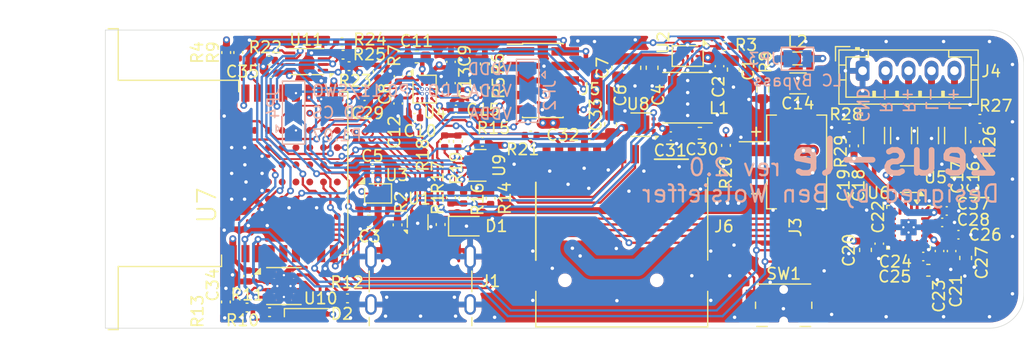
<source format=kicad_pcb>
(kicad_pcb (version 20241229) (generator "pcbnew") (generator_version "9.0")
  (layers (0 "F.Cu" signal) (4 "In1.Cu" signal) (6 "In2.Cu" signal) (8 "In3.Cu" signal) (10 "In4.Cu" signal) (2 "B.Cu" signal) (13 "F.Paste" user) (15 "B.Paste" user) (5 "F.SilkS" user "F.Silkscreen") (7 "B.SilkS" user "B.Silkscreen") (1 "F.Mask" user) (3 "B.Mask" user) (25 "Edge.Cuts" user))
  (net 0 "")
  (net 1 "VSYS")
  (net 2 "GND")
  (net 3 "VDDD")
  (net 4 "/Power/VBUS_RAW")
  (net 5 "Net-(U4-VDD)")
  (net 6 "VDDA")
  (net 7 "/Power/VDDA_LDO")
  (net 8 "/SD Card/VDDD_SD")
  (net 9 "/Power/D-")
  (net 10 "/Power/D+")
  (net 11 "Net-(J1-CC2)")
  (net 12 "Net-(J1-CC1)")
  (net 13 "/MCU/SWO")
  (net 14 "/MCU/UART.TX")
  (net 15 "/MCU/RST")
  (net 16 "/MCU/UART.RX")
  (net 17 "/MCU/SWDIO")
  (net 18 "/MCU/SD.~{CS}")
  (net 19 "Net-(L1-Pad2)")
  (net 20 "Net-(L1-Pad1)")
  (net 21 "/MCU/VDDD_VSEL")
  (net 22 "Net-(U4-IMAX)")
  (net 23 "Net-(U4-TS)")
  (net 24 "/MCU/CHG_PG")
  (net 25 "/MCU/CHG_INT")
  (net 26 "/Audio/I2C.SDA")
  (net 27 "/Audio/I2C.SCL")
  (net 28 "/MCU/SD_DET")
  (net 29 "Net-(U4-~{MR})")
  (net 30 "/MCU/USB.D+")
  (net 31 "/MCU/USB.D-")
  (net 32 "/MCU/CHG_LP")
  (net 33 "/Audio/I2S.SCK")
  (net 34 "/Audio/IRQ")
  (net 35 "/Audio/I2S.SD")
  (net 36 "/Audio/I2S.WS")
  (net 37 "/MCU/SD.SCK")
  (net 38 "/MCU/SD.MISO")
  (net 39 "/MCU/SD_EN")
  (net 40 "/MCU/SD.MOSI")
  (net 41 "/MCU/SWCLK")
  (net 42 "/Power/VBUS")
  (net 45 "VBUS_DET")
  (net 46 "/Audio/L+")
  (net 47 "/Audio/L-")
  (net 48 "/Audio/R+")
  (net 49 "/Audio/R-")
  (net 51 "/MCU/CHG_EN")
  (net 52 "/Power/VBAT")
  (net 53 "/MCU/RAM.~{CS}")
  (net 54 "Net-(U11-SIO3)")
  (net 55 "Net-(U11-SIO2)")
  (net 56 "/MCU/RAM.MISO")
  (net 57 "/MCU/RAM.MOSI")
  (net 58 "/MCU/RAM.SCK")
  (net 59 "Net-(C14-Pad2)")
  (net 60 "Net-(J4-Pin_5)")
  (net 61 "Net-(J4-Pin_4)")
  (net 62 "Net-(J4-Pin_3)")
  (net 63 "Net-(J4-Pin_2)")
  (net 64 "Net-(U6-DREG)")
  (net 65 "Net-(U6-AREG)")
  (net 66 "Net-(U6-VREF)")
  (net 67 "Net-(D2-BK)")
  (net 68 "Net-(D2-GK)")
  (net 69 "Net-(D2-RK)")
  (net 73 "Net-(J6-CMD)")
  (net 74 "Net-(J6-DAT1)")
  (net 75 "Net-(J6-DET)")
  (net 76 "Net-(J6-DAT2)")
  (net 77 "Net-(J6-CLK)")
  (net 78 "Net-(J6-DAT0)")
  (net 79 "Net-(J6-DAT3{slash}CD)")
  (net 80 "Net-(JP2-C)")
  (net 81 "Net-(JP4-A)")
  (net 82 "/MCU/BUCKEN")
  (net 83 "/MCU/IOVDD_CTRL")
  (net 108 "/Audio/MICBIAS")
  (footprint "zeus-le:R_0402_1005Metric_Silkscreen_Clearance" (layer "F.Cu") (at 183.915244 88.407436)
    (property "Reference" "R3")
    (property "Value" "100k")
  )
  (footprint "Capacitor_SMD:C_0603_1608Metric" (layer "F.Cu") (at 174 95.225 90)
    (property "Reference" "C33")
    (property "Value" "10µF")
  )
  (footprint "zeus-le:R_0402_1005Metric_Silkscreen_Clearance" (layer "F.Cu") (at 141.575 88.96 90)
    (property "Reference" "R4")
    (property "Value" "100k")
  )
  (footprint "zeus-le:R_0402_1005Metric_Silkscreen_Clearance" (layer "F.Cu") (at 163.05 89.95 90)
    (property "Reference" "R6")
    (property "Value" "5k")
  )
  (footprint "zeus-le:WT02C40C" (layer "F.Cu") (at 151 106.5 90)
    (property "Reference" "U7")
    (property "Value" "WT02C40C-V3")
  )
  (footprint "Button_Switch_SMD:Panasonic_EVQPUM_EVQPUD" (layer "F.Cu") (at 189.075 111 180)
    (property "Reference" "SW1")
    (property "Value" "EVQPUD02K")
  )
  (footprint "zeus-le:C_0402_1005Metric_Silkscreen_Clearance" (layer "F.Cu") (at 201.23 106.75)
    (property "Reference" "C24")
    (property "Value" "0.1µF")
  )
  (footprint "Package_TO_SOT_SMD:SOT-363_SC-70-6" (layer "F.Cu") (at 199.95 100 180)
    (property "Reference" "U5")
    (property "Value" "D3V3F4U6S-7")
  )
  (footprint "zeus-le:C_0402_1005Metric_Silkscreen_Clearance" (layer "F.Cu") (at 183.49 90.15 -90)
    (property "Reference" "C2")
    (property "Value" "0.1µF")
  )
  (footprint "zeus-le:Kinetic_WLCSP-12_1.94x1.28mm_Layout4x3_P0.4mm_Ball0.25mm_Pad0.25mm_NSMD" (layer "F.Cu") (at 153.75 101.25)
    (property "Reference" "U3")
    (property "Value" "KTS1662EUW-TR")
  )
  (footprint "zeus-le:R_0402_1005Metric_Silkscreen_Clearance" (layer "F.Cu") (at 150.7 89.15)
    (property "Reference" "R25")
    (property "Value" "10k")
  )
  (footprint "zeus-le:R_0402_1005Metric_Silkscreen_Clearance" (layer "F.Cu") (at 184.05 97.06 90)
    (property "Reference" "R20")
    (property "Value" "10k")
  )
  (footprint "Capacitor_SMD:C_0603_1608Metric" (layer "F.Cu") (at 196.2 106.175 -90)
    (property "Reference" "C20")
    (property "Value" "10µF")
  )
  (footprint "zeus-le:C_0402_1005Metric_Silkscreen_Clearance" (layer "F.Cu") (at 155.525 91.025 90)
    (property "Reference" "C8")
    (property "Value" "10µF")
  )
  (footprint "zeus-le:C_0402_1005Metric_Silkscreen_Clearance" (layer "F.Cu") (at 172.17 96.25 180)
    (property "Reference" "C32")
    (property "Value" "0.1µF")
  )
  (footprint "zeus-le:C_0402_1005Metric_Silkscreen_Clearance" (layer "F.Cu") (at 155.5 93.405 -90)
    (property "Reference" "C12")
    (property "Value" "10µF")
  )
  (footprint "zeus-le:R_0402_1005Metric_Silkscreen_Clearance" (layer "F.Cu") (at 163.55 101.66 90)
    (property "Reference" "R14")
    (property "Value" "100k")
  )
  (footprint "Capacitor_SMD:C_1206_3216Metric" (layer "F.Cu") (at 190.325 91.65 180)
    (property "Reference" "C14")
    (property "Value" "100uF")
  )
  (footprint "zeus-le:R_0402_1005Metric_Silkscreen_Clearance" (layer "F.Cu") (at 153.725 90.625 -90)
    (property "Reference" "R7")
    (property "Value" "100k")
  )
  (footprint "zeus-le:R_0402_1005Metric_Silkscreen_Clearance" (layer "F.Cu") (at 159.55 96.7 -90)
    (property "Reference" "R18")
    (property "Value" "10k")
  )
  (footprint "zeus-le:R_0402_1005Metric_Silkscreen_Clearance" (layer "F.Cu") (at 160.1 101.61 90)
    (property "Reference" "R17")
    (property "Value" "10k")
  )
  (footprint "zeus-le:R_0402_1005Metric_Silkscreen_Clearance" (layer "F.Cu") (at 150.61 88.05)
    (property "Reference" "R24")
    (property "Value" "10k")
  )
  (footprint "zeus-le:microSD_HC_CUI_MSD-1-A" (layer "F.Cu") (at 174.975 108.825)
    (property "Reference" "J6")
    (property "Value" "MSD-1-A")
  )
  (footprint "zeus-le:R_0402_1005Metric_Silkscreen_Clearance" (layer "F.Cu") (at 162.84 96.75 180)
    (property "Reference" "R15")
    (property "Value" "100k")
  )
  (footprint "zeus-le:R_0402_1005Metric_Silkscreen_Clearance" (layer "F.Cu") (at 155.45 103.99 90)
    (property "Reference" "R2")
    (property "Value" "5.1k")
  )
  (footprint "Capacitor_SMD:C_0603_1608Metric" (layer "F.Cu") (at 181.775 96)
    (property "Reference" "C30")
    (property "Value" "10µF")
  )
  (footprint "Connector_PinHeader_1.27mm:PinHeader_2x05_P1.27mm_Vertical_SMD" (layer "F.Cu") (at 168.1 91.4)
    (property "Reference" "J5")
    (property "Value" "BD125-10-A-0305-0580-L-B")
  )
  (footprint "Resistor_SMD:R_0603_1608Metric" (layer "F.Cu") (at 187.25 92.175 -90)
    (property "Reference" "R8")
    (property "Value" "0.1")
  )
  (footprint "zeus-le:R_0402_1005Metric_Silkscreen_Clearance" (layer "F.Cu") (at 161.2 101.61 90)
    (property "Reference" "R16")
    (property "Value" "10k")
  )
  (footprint "Package_TO_SOT_SMD:SOT-563" (layer "F.Cu") (at 157.2 103.75 90)
    (property "Reference" "U1")
    (property "Value" "NUF2042XV6T1G")
  )
  (footprint "zeus-le:R_0402_1005Metric_Silkscreen_Clearance" (layer "F.Cu") (at 160.7 96.71 -90)
    (property "Reference" "R19")
    (property "Value" "10k")
  )
  (footprint "Inductor_SMD:L_0805_2012Metric" (layer "F.Cu") (at 190.275 89.475)
    (property "Reference" "L2")
    (property "Value" "22uH")
  )
  (footprint "zeus-le:R_0402_1005Metric_Silkscreen_Clearance" (layer "F.Cu") (at 142.34 111.2 180)
    (property "Reference" "R11")
    (property "Value" "1.21k")
  )
  (footprint "zeus-le:C_0402_1005Metric_Silkscreen_Clearance" (layer "F.Cu") (at 142.425 108.445 -90)
    (property "Reference" "C34")
    (property "Value" "2.2µF")
  )
  (footprint "Capacitor_SMD:C_0603_1608Metric" (layer "F.Cu") (at 157.125 89.35 180)
    (property "Reference" "C11")
    (property "Value" "22µF")
  )
  (footprint "zeus-le:R_0402_1005Metric_Silkscreen_Clearance" (layer "F.Cu") (at 167.04 96.2)
    (property "Reference" "R21")
    (property "Value" "10k")
  )
  (footprint "zeus-le:C_0402_1005Metric_Silkscreen_Clearance" (layer "F.Cu") (at 156.92 94.65 180)
    (property "Reference" "C10")
    (property "Value" "0.1µF")
  )
  (footprint "zeus-le:Richtek_WLCSP-15_1.4x2.3mm_Layout3x5_P0.4mm_NSMD" (layer "F.Cu") (at 180.715 89.265 -90)
    (property "Reference" "U2")
    (property "Value" "RT6160AWSC")
  )
  (footprint "zeus-le:C_0402_1005Metric_Silkscreen_Clearance" (layer "F.Cu") (at 202.65 106.27 -90)
    (property "Reference" "C23")
    (property "Value" "0.1µF")
  )
  (footprint "zeus-le:C_0402_1005Metric_Silkscreen_Clearance" (layer "F.Cu") (at 160.1 91.625 90)
    (property "Reference" "C13")
    (property "Value" "10µF")
  )
  (footprint "zeus-le:R_0402_1005Metric_Silkscreen_Clearance" (layer "F.Cu") (at 206.16 94.75 180)
    (property "Reference" "R27")
    (property "Value" "1k")
  )
  (footprint "zeus-le:C_0402_1005Metric_Silkscreen_Clearance" (layer "F.Cu") (at 204.295 104.85)
    (property "Reference" "C26")
    (property "Value" "0.1µF")
  )
  (footprint "zeus-le:Texas_RTE_WQFN-20-1EP_3x3mm_P0.5mm_EP1.4x1.4mm_ThermalVias" (layer "F.Cu") (at 199.95 104.2 -90)
    (property "Reference" "U6")
    (property "Value" "TLV320ADC6120IRTER")
  )
  (footprint "zeus-le:L_Bourns_SRP4020FA_4.1x4.1mm" (layer "F.Cu") (at 180.7 92.9 180)
    (property "Reference" "L1")
    (property "Value" "0.47µH")
  )
  (footprint "zeus-le:C_0402_1005Metric_Silkscreen_Clearance" (layer "F.Cu") (at 144.425 90.75 180)
    (property "Reference" "C35")
    (property "Value" "2.2µF")
  )
  (footprint "zeus-le:R_0402_1005Metric_Silkscreen_Clearance" (layer "F.Cu") (at 151.09 110.4)
    (property "Reference" "R12")
    (property "Value" "100k")
  )
  (footprint "zeus-le:C_0402_1005Metric_Silkscreen_Clearance" (layer "F.Cu") (at 203.275 102.775)
    (property "Reference" "C37")
    (property "Value" "2.2µF")
  )
  (footprint "zeus-le:C_0402_1005Metric_Silkscreen_Clearance" (layer "F.Cu") (at 202.88 103.775)
    (property "Reference" "C28")
    (property "Value" "2.2µF")
  )
  (footprint "Capacitor_SMD:C_0603_1608Metric" (layer "F.Cu") (at 177.615 90.29 -90)
    (property "Reference" "C4")
    (property "Value" "22µF")
  )
  (footprint "zeus-le:C_0402_1005Metric_Silkscreen_Clearance" (layer "F.Cu") (at 153.27 99.075 180)
    (property "Reference" "C5")
    (property "Value" "2.2µF")
  )
  (footprint "zeus-le:C_0402_1005Metric_Silkscreen_Clearance" (layer "F.Cu") (at 197.4 105.63 -90)
    (property "Reference" "C22")
    (property "Value" "0.1µF")
  )
  (footprint "zeus-le:R_0402_1005Metric_Silkscreen_Clearance" (layer "F.Cu") (at 205.75 96.75 -90)
    (property "Reference" "R26")
    (property "Value" "1k")
  )
  (footprint "zeus-le:R_0402_1005Metric_Silkscreen_Clearance" (layer "F.Cu") (at 159.2 103.96 90)
    (property "Reference" "R1")
    (property "Value" "5.1k")
  )
  (footprint "Connector_JST:JST_PH_B2B-PH-SM4-TB_1x02-1MP_P2.00mm_Vertical" (layer "F.Cu") (at 188.45 98.5 -90)
    (property "Reference" "J3")
    (property "Value" "B2B-PH-SM4-TB")
  )
  (footprint "zeus-le:R_0402_1005Metric_Silkscreen_Clearance" (layer "F.Cu") (at 163.05 92.037835 90)
    (property "Reference" "R5")
    (property "Value" "10k")
  )
  (footprint "Capacitor_SMD:C_0603_1608Metric" (layer "F.Cu") (at 184.69 90.45 -90)
    (property "Reference" "C1")
    (property "Value" "10µF")
  )
  (footprint "Package_SON:Winbond_USON-8-1EP_3x2mm_P0.5mm_EP0.2x1.6mm" (layer "F.Cu") (at 147.5225 89.75 180)
    (property "Reference" "U11")
    (property "Value" "APS6404L-3SQR-ZR")
  )
  (footprint "zeus-le:C_0402_1005Metric_Silkscreen_Clearance" (layer "F.Cu") (at 203.7 106.275 -90)
    (property "Reference" "C21")
    (property "Value" "2.2µF")
  )
  (footprint "zeus-le:LED_QBLP615-RGB-3053" (layer "F.Cu") (at 147.6 111.75 180)
    (property "Reference" "D2")
    (property "Value" "QBLP615-RGB-3053")
  )
  (footprint "Package_SON:Texas_R-PWSON-N12_EP0.4x2mm" (layer "F.Cu") (at 162.375 98.8)
    (property "Reference" "U9")
    (property "Value" "TPD6F003DQDR")
  )
  (footprint "zeus-le:R_0402_1005Metric_Silkscreen_Clearance" (layer "F.Cu") (at 144.25 89.65 180)
    (property "Reference" "R22")
    (property "Value" "10k")
  )
  (footprint "zeus-le:USB_C_Receptacle_Amphenol_12402012E21-2A" (layer "F.Cu") (at 157.45 110.93)
    (property "Reference" "J1")
    (property "Value" "12402012E212A")
  )
  (footprint "zeus-le:C_0402_1005Metric_Silkscreen_Clearance" (layer "F.Cu") (at 152.575 92.775)
    (property "Reference" "C29")
    (property "Value" "10µF")
  )
  (footprint "Diode_SMD:D_SOD-323" (layer "F.Cu") (at 161.5 104.1)
    (property "Reference" "D1")
    (property "Value" "XCUZ36V")
  )
  (footprint "Capacitor_SMD:C_1206_3216Metric" (layer "F.Cu") (at 204 96.2 -90)
    (property "Reference" "C16")
    (property "Value" "1µF")
  )
  (footprint "Capacitor_SMD:C_1206_3216Metric" (layer "F.Cu") (at 201.65 96.2 -90)
    (property "Reference" "C17")
    (property "Value" "1µF")
  )
  (footprint "zeus-le:R_0402_1005Metric_Silkscreen_Clearance" (layer "F.Cu") (at 140.525 88.96 -90)
    (property "Reference" "R9")
    (property "Value" "100k")
  )
  (footprint "zeus-le:C_0402_1005Metric_Silkscreen_Clearance" (layer "F.Cu") (at 179.25 96.25)
    (property "Reference" "C31")
    (property "Value" "0.1µF")
  )
  (footprint "zeus-le:C_0402_1005Metric_Silkscreen_Clearance" (layer "F.Cu") (at 160.1 89.775 90)
    (property "Reference" "C9")
    (property "Value" "10µF")
  )
  (footprint "zeus-le:Diodes_UDFN2018-6" (layer "F.Cu") (at 176.775 95.25 180)
    (property "Reference" "U8")
    (property "Value" "AP21510FM-7")
  )
  (footprint "Capacitor_SMD:C_1206_3216Metric" (layer "F.Cu") (at 196.95 96.2 -90)
    (property "Reference" "C19")
    (property "Value" "1µF")
  )
  (footprint "Capacitor_SMD:C_0603_1608Metric" (layer "F.Cu") (at 174.615 90.29 -90)
    (property "Reference" "C7")
    (property "Value" "22µF")
  )
  (footprint "zeus-le:R_0402_1005Metric_Silkscreen_Clearance" (layer "F.Cu") (at 151.225 90.15 180)
    (property "Reference" "R23")
    (property "Value" "10k")
  )
  (footprint "zeus-le:C_0402_1005Metric_Silkscreen_Clearance" (layer "F.Cu") (at 160.53 93.925)
    (property "Reference" "C15")
    (property "Value" "10µF")
  )
  (footprint "zeus-le:WSON-8-1EP_3x3mm_P0.65mm_EP1.65x2.4mm_ThermalVias" (layer "F.Cu") (at 145.55 109.325)
    (property "Reference" "U10")
    (property "Value" "LP5810ADSDR")
  )
  (footprint "Connector_JST:JST_PH_B5B-PH-K_1x05_P2.00mm_Vertical" (layer "F.Cu") (at 195.95 90.55)
    (property "Reference" "J4")
    (property "Value" "B5B-PH-K-S")
  )
  (footprint "Capacitor_SMD:C_0603_1608Metric" (layer "F.Cu") (at 176.115 90.29 -90)
    (property "Reference" "C6")
    (property "Value" "22µF")
  )
  (footprint "zeus-le:R_0402_1005Metric_Silkscreen_Clearance" (layer "F.Cu") (at 194.79 95.5 180)
    (property "Reference" "R28")
    (property "Value" "1k")
  )
  (footprint "zeus-le:Texas_DSBGA-20_1.615x2.015mm_Layout4x5_P0.4mm_NSMD" (layer "F.Cu") (at 157.8 92.15)
    (property "Reference" "U4")
    (property "Value" "BQ25150YFPR")
  )
  (footprint "Capacitor_SMD:C_1206_3216Metric" (layer "F.Cu") (at 199.3 96.2 -90)
    (property "Reference" "C18")
    (property "Value" "1µF")
  )
  (footprint "Capacitor_SMD:C_0603_1608Metric" (layer "F.Cu") (at 201.675 107.95)
    (property "Reference" "C25")
    (property "Value" "10µF")
  )
  (footprint "zeus-le:R_0402_1005Metric_Silkscreen_Clearance" (layer "F.Cu") (at 144.3 111.6 180)
    (property "Reference" "R10")
    (property "Value" "1.21k")
  )
  (footprint "zeus-le:R_0402_1005Metric_Silkscreen_Clearance" (layer "F.Cu") (at 140.5 110.71 90)
    (property "Reference" "R13")
    (property "Value" "100k")
  )
  (footprint "Capacitor_SMD:C_0603_1608Metric" (layer "F.Cu") (at 152.975 103.65 180)
    (property "Reference" "C3")
    (property "Value" "1µF")
  )
  (footprint "Capacitor_SMD:C_0603_1608Metric" (layer "F.Cu") (at 204.925 106.875 -90)
    (property "Reference" "C27")
    (property "Value" "10µF")
  )
  (footprint "zeus-le:R_0402_1005Metric_Silkscreen_Clearance" (layer "F.Cu") (at 195.2 97.1 90)
    (property "Reference" "R29")
    (property "Value" "1k")
  )
  (footprint "Jumper:SolderJumper-3_P2.0mm_Open_TrianglePad1.0x1.5mm" (layer "B.Cu") (at 146.375 94.2 90)
    (property "Reference" "JP4")
    (property "Value" "SWO_CS")
  )
  (footprint "Jumper:SolderJumper-2_P1.3mm_Open_TrianglePad1.0x1.5mm" (layer "B.Cu") (at 190.275 89.5)
    (property "Reference" "JP3")
    (property "Value" "LC Bypass")
  )
  (footprint "Jumper:SolderJumper-3_P2.0mm_Open_TrianglePad1.0x1.5mm" (layer "B.Cu") (at 166.8 92.3 -90)
    (property "Reference" "JP2")
    (property "Value" "VDDA_SUPPLY")
  )
  (gr_arc (start 210 110) (mid 209.12132 112.12132) (end 207 113) (stroke (width 0.05)) (layer "Edge.Cuts"))
  (gr_arc (start 207 87) (mid 209.12132 87.87868) (end 210 90) (stroke (width 0.05)) (layer "Edge.Cuts"))
  (gr_line (start 210 90) (end 210 110) (stroke (width 0.05)) (layer "Edge.Cuts"))
  (gr_line (start 207 113) (end 130 113) (stroke (width 0.05)) (layer "Edge.Cuts"))
  (gr_line (start 130 87) (end 207 87) (stroke (width 0.05)) (layer "Edge.Cuts"))
  (gr_line (start 130 113) (end 130 87) (stroke (width 0.05)) (layer "Edge.Cuts"))
  (gr_text "-" (at 187.4 101.2 0) (layer "F.SilkS") (effects (font (size 1 1)) (justify right)))
  (gr_text "+" (at 187.4 95.8 0) (layer "F.SilkS") (effects (font (size 1 1)) (justify right)))
  (gr_text "VDDA" (at 165.5 94.3 0) (layer "B.SilkS") (effects (font (size 1 1)) (justify left mirror)))
  (gr_text "R-" (at 197.95 91.9 -90) (layer "B.SilkS") (effects (font (size 1 1)) (justify right mirror)))
  (gr_text "L-" (at 201.95 91.9 -90) (layer "B.SilkS") (effects (font (size 1 1)) (justify right mirror)))
  (gr_text "SD_CS" (at 147.9 94.2 0) (layer "B.SilkS") (effects (font (size 1 1)) (justify right mirror)))
  (gr_text "Designed by Ben Wolsieffer" (at 208 102.15 0) (layer "B.SilkS") (effects (font (size 1.5 1.5) (thickness 0.2)) (justify left bottom mirror)))
  (gr_text "VDDA_LDO" (at 165.5 92.3 0) (layer "B.SilkS") (effects (font (size 1 1)) (justify left mirror)))
  (gr_text "LC Bypass" (at 190.3 91.4 0) (layer "B.SilkS") (effects (font (size 1 1)) (justify mirror)))
  (gr_text "R+" (at 199.95 91.9 -90) (layer "B.SilkS") (effects (font (size 1 1)) (justify right mirror)))
  (gr_text "VDDD" (at 165.5 90.4 0) (layer "B.SilkS") (effects (font (size 1 1)) (justify left mirror)))
  (gr_text "zeus-le" (at 208 99.85 0) (layer "B.SilkS") (effects (font (size 3 3) (thickness 0.5) (bold yes)) (justify left bottom mirror)))
  (gr_text "P0.11/SWO" (at 147.9 92.3 0) (layer "B.SilkS") (effects (font (size 1 1)) (justify right mirror)))
  (gr_text "L+" (at 203.95 91.9 -90) (layer "B.SilkS") (effects (font (size 1 1)) (justify right mirror)))
  (gr_text "P1.07" (at 147.9 96.175 0) (layer "B.SilkS") (effects (font (size 1 1)) (justify right mirror)))
  (gr_text "GND" (at 195.95 91.9 -90) (layer "B.SilkS") (effects (font (size 1 1)) (justify right mirror)))
  (gr_text "rev 2.0" (at 189 99.85 0) (layer "B.SilkS") (effects (font (size 1.5 1.5) (thickness 0.2)) (justify left bottom mirror)))
  (segment (start 181.515 89.265) (end 182.015 89.265) (width 0.15) (layer "F.Cu") (net 1))
  (segment (start 157.6 89.65) (end 157.9 89.35) (width 0.4) (layer "F.Cu") (net 1))
  (segment (start 157.6 91.05) (end 157.6 91.35) (width 0.15) (layer "F.Cu") (net 1))
  (segment (start 157.6 91.35) (end 157.6 91.75) (width 0.15) (layer "F.Cu") (net 1))
  (segment (start 181.515 88.865) (end 182.05 88.865) (width 0.15) (layer "F.Cu") (net 1))
  (segment (start 157.6 90.4) (end 157.6 89.65) (width 0.4) (layer "F.Cu") (net 1))
  (segment (start 181.515 89.665) (end 182.015 89.665) (width 0.15) (layer "F.Cu") (net 1))
  (segment (start 157.6 90.4) (end 157.6 91.05) (width 0.25) (layer "F.Cu") (net 1))
  (via (at 157.6 90.4) (size 0.6) (drill 0.3) (layers "F.Cu" "B.Cu") (net 1))
  (via (at 182.465 89.4) (size 0.6) (drill 0.3) (layers "F.Cu" "B.Cu") (net 1))
  (segment (start 142.125 101.75) (end 141 102.875) (width 0.6) (layer "F.Cu") (net 2))
  (segment (start 147.7 89) (end 147.55 89.15) (width 0.25) (layer "F.Cu") (net 2))
  (segment (start 159.25 91.05) (end 159 91.05) (width 0.25) (layer "F.Cu") (net 2))
  (segment (start 159.265 92.173999) (end 159.241001 92.15) (width 0.25) (layer "F.Cu") (net 2))
  (segment (start 198.717188 102.967188) (end 197.9 102.15) (width 0.25) (layer "F.Cu") (net 2))
  (segment (start 147.95 89) (end 147.5225 89.4275) (width 0.2) (layer "F.Cu") (net 2))
  (segment (start 197.4 106.11) (end 197.04 106.11) (width 0.4) (layer "F.Cu") (net 2))
  (segment (start 141.375 98.75) (end 141 98.375) (width 0.6) (layer "F.Cu") (net 2))
  (segment (start 145.225 109) (end 145.55 109.325) (width 0.25) (layer "F.Cu") (net 2))
  (segment (start 152 88.8) (end 151.65 89.15) (width 0.4) (layer "F.Cu") (net 2))
  (segment (start 180.715 90.05) (end 180.715 89.665) (width 0.15) (layer "F.Cu") (net 2))
  (segment (start 164.92 90.13) (end 164.25 90.8) (width 0.4) (layer "F.Cu") (net 2))
  (segment (start 152.2 104.35) (end 153.1 105.25) (width 0.4) (layer "F.Cu") (net 2))
  (segment (start 152.2 104.35) (end 152.2 103.65) (width 0.6) (layer "F.Cu") (net 2))
  (segment (start 177.75 95.75) (end 177.275 95.75) (width 0.25) (layer "F.Cu") (net 2))
  (segment (start 142.25 100.25) (end 143 100.25) (width 0.6) (layer "F.Cu") (net 2))
  (segment (start 202.3 106.75) (end 202.65 106.75) (width 0.4) (layer "F.Cu") (net 2))
  (segment (start 201.7 106.15) (end 201.7 106.74) (width 0.4) (layer "F.Cu") (net 2))
  (segment (start 159 91.05) (end 158.775 91.275) (width 0.25) (layer "F.Cu") (net 2))
  (segment (start 143.825 109) (end 143.75 108.925) (width 0.25) (layer "F.Cu") (net 2))
  (segment (start 143.75 108.925) (end 142.425 108.925) (width 0.25) (layer "F.Cu") (net 2))
  (segment (start 180.715 90.05) (end 180.715 90.5) (width 0.25) (layer "F.Cu") (net 2))
  (segment (start 183.3 95.25) (end 182.55 96) (width 0.4) (layer "F.Cu") (net 2))
  (segment (start 171.725 97.825) (end 171.725 96.285) (width 0.6) (layer "F.Cu") (net 2))
  (segment (start 153.15 101.65) (end 152.6 102.2) (width 0.15) (layer "F.Cu") (net 2))
  (segment (start 156.44 94.65) (end 155.65 94.65) (width 0.4) (layer "F.Cu") (net 2))
  (segment (start 158.8 92.15) (end 158.4 92.15) (width 0.15) (layer "F.Cu") (net 2))
  (segment (start 159.25 91.05) (end 160.005 91.05) (width 0.25) (layer "F.Cu") (net 2))
  (segment (start 151.65 89.15) (end 151.21 89.15) (width 0.4) (layer "F.Cu") (net 2))
  (segment (start 201.7 105.95) (end 201.7 106.15) (width 0.2) (layer "F.Cu") (net 2))
  (segment (start 143.75 90.175) (end 143.75 90.555) (width 0.6) (layer "F.Cu") (net 2))
  (segment (start 143.75 90.555) (end 143.945 90.75) (width 0.6) (layer "F.Cu") (net 2))
  (segment (start 178.165 90.515) (end 177.615 91.065) (width 0.6) (layer "F.Cu") (net 2))
  (segment (start 180.715 89.665) (end 180.715 89.265) (width 0.15) (layer "F.Cu") (net 2))
  (segment (start 197.41 106.1) (end 197.4 106.11) (width 0.4) (layer "F.Cu") (net 2))
  (segment (start 166.15 90.13) (end 164.92 90.13) (width 0.4) (layer "F.Cu") (net 2))
  (segment (start 143.75 90.175) (end 143.74 90.165) (width 0.6) (layer "F.Cu") (net 2))
  (segment (start 147.95 89) (end 148.9475 89) (width 0.25) (layer "F.Cu") (net 2))
  (segment (start 201.75 102.4) (end 201.182812 102.967188) (width 0.25) (layer "F.Cu") (net 2))
  (segment (start 142.15 98.75) (end 141.375 98.75) (width 0.6) (layer "F.Cu") (net 2))
  (segment (start 148.9475 89) (end 147.7 89) (width 0.25) (layer "F.Cu") (net 2))
  (segment (start 184.065 91.225) (end 183.465 90.625) (width 0.4) (layer "F.Cu") (net 2))
  (segment (start 201.7 106.74) (end 201.71 106.75) (width 0.4) (layer "F.Cu") (net 2))
  (segment (start 144.15 109) (end 145.225 109) (width 0.25) (layer "F.Cu") (net 2))
  (segment (start 142.15 98.75) (end 143 98.75) (width 0.6) (layer "F.Cu") (net 2))
  (segment (start 201.7 106.15) (end 202.3 106.75) (width 0.4) (layer "F.Cu") (net 2))
  (segment (start 201.71 106.75) (end 201.71 107.21) (width 0.4) (layer "F.Cu") (net 2))
  (segment (start 171.725 96.285) (end 171.69 96.25) (width 0.6) (layer "F.Cu") (net 2))
  (segment (start 142.125 97.25) (end 141 96.125) (width 0.6) (layer "F.Cu") (net 2))
  (segment (start 157.2 103.85) (end 157.2 104.5) (width 0.3) (layer "F.Cu") (net 2))
  (segment (start 201.45 100) (end 200.95 100) (width 0.4) (layer "F.Cu") (net 2))
  (segment (start 197.04 106.11) (end 196.2 106.95) (width 0.4) (layer "F.Cu") (net 2))
  (segment (start 142.125 97.25) (end 143 97.25) (width 0.6) (layer "F.Cu") (net 2))
  (segment (start 155.65 94.65) (end 155.5 94.5) (width 0.4) (layer "F.Cu") (net 2))
  (segment (start 144.15 109) (end 143.825 109) (width 0.25) (layer "F.Cu") (net 2))
  (segment (start 154.65 101.95) (end 154.35 101.65) (width 0.15) (layer "F.Cu") (net 2))
  (segment (start 158.7 91.35) (end 158.4 91.35) (width 0.15) (layer "F.Cu") (net 2))
  (segment (start 158.775 91.275) (end 158.7 91.35) (width 0.15) (layer "F.Cu") (net 2))
  (segment (start 201.71 107.21) (end 202.45 107.95) (width 0.4) (layer "F.Cu") (net 2))
  (segment (start 198.2 105.95) (end 198.05 106.1) (width 0.4) (layer "F.Cu") (net 2))
  (segment (start 142.125 101.75) (end 143 101.75) (width 0.6) (layer "F.Cu") (net 2))
  (segment (start 154.35 100.85) (end 154.65 100.55) (width 0.15) (layer "F.Cu") (net 2))
  (segment (start 201.8 99.65) (end 201.45 100) (width 0.4) (layer "F.Cu") (net 2))
  (segment (start 202.65 107.75) (end 202.65 106.75) (width 0.4) (layer "F.Cu") (net 2))
  (segment (start 142.25 100.25) (end 141.375 100.25) (width 0.6) (layer "F.Cu") (net 2))
  (segment (start 183.465 90.625) (end 182.675 90.625) (width 0.4) (layer "F.Cu") (net 2))
  (segment (start 180.715 88.5) (end 180.715 88.865) (width 0.15) (layer "F.Cu") (net 2))
  (segment (start 180.715 88.315) (end 180.715 88.5) (width 0.25) (layer "F.Cu") (net 2))
  (segment (start 178.715 90.515) (end 178.165 90.515) (width 0.6) (layer "F.Cu") (net 2))
  (segment (start 141.375 100.25) (end 141 100.625) (width 0.6) (layer "F.Cu") (net 2))
  (segment (start 154.35 101.25) (end 155.35 101.25) (width 0.15) (layer "F.Cu") (net 2))
  (segment (start 184.69 91.225) (end 184.065 91.225) (width 0.4) (layer "F.Cu") (net 2))
  (segment (start 153.15 100.85) (end 152.9 100.6) (width 0.15) (layer "F.Cu") (net 2))
  (segment (start 160.65 106.215) (end 161.2 106.215) (width 0.4) (layer "F.Cu") (net 2))
  (segment (start 147.5225 89.4275) (end 147.5225 89.4975) (width 0.2) (layer "F.Cu") (net 2))
  (segment (start 160.005 91.05) (end 160.1 91.145) (width 0.25) (layer "F.Cu") (net 2))
  (segment (start 161.2 106.215) (end 161.77 106.785) (width 0.4) (layer "F.Cu") (net 2))
  (segment (start 179.75 96.1) (end 179.75 96.85) (width 0.4) (layer "F.Cu") (net 2))
  (segment (start 177.275 95.75) (end 176.775 95.25) (width 0.25) (layer "F.Cu") (net 2))
  (segment (start 161.75 99.8) (end 163 99.8) (width 0.2) (layer "F.Cu") (net 2))
  (segment (start 180.7 88.3) (end 180.715 88.315) (width 0.25) (layer "F.Cu") (net 2))
  (segment (start 183.3 94.4) (end 183.3 95.25) (width 0.4) (layer "F.Cu") (net 2))
  (segment (start 202.45 107.95) (end 202.65 107.75) (width 0.4) (layer "F.Cu") (net 2))
  (segment (start 197.9 102.15) (end 197.9 102.1) (width 0.2) (layer "F.Cu") (net 2))
  (segment (start 201.75 101.9) (end 201.75 102.4) (width 0.25) (layer "F.Cu") (net 2))
  (segment (start 198.05 106.1) (end 197.41 106.1) (width 0.4) (layer "F.Cu") (net 2))
  (segment (start 201.182812 105.432812) (end 201.7 105.95) (width 0.25) (layer "F.Cu") (net 2))
  (segment (start 143.74 90.165) (end 143.74 89.65) (width 0.6) (layer "F.Cu") (net 2))
  (segment (start 198.717188 105.432812) (end 198.2 105.95) (width 0.25) (layer "F.Cu") (net 2))
  (segment (start 159.241001 92.15) (end 158.8 92.15) (width 0.25) (layer "F.Cu") (net 2))
  (via (at 205.9 100.8) (size 0.6) (drill 0.3) (layers "F.Cu" "B.Cu") (net 2))
  (via (at 154.4 111.95) (size 0.6) (drill 0.3) (layers "F.Cu" "B.Cu") (net 2))
  (via (at 162.375 100.775) (size 0.6) (drill 0.3) (layers "F.Cu" "B.Cu") (net 2))
  (via (at 175.6 101.05) (size 0.6) (drill 0.3) (layers "F.Cu" "B.Cu") (net 2))
  (via (at 142.45 104.05) (size 0.6) (drill 0.3) (layers "F.Cu" "B.Cu") (net 2))
  (via (at 180.715 91.4) (size 0.6) (drill 0.3) (layers "F.Cu" "B.Cu") (net 2))
  (via (at 173.8 99.2) (size 0.6) (drill 0.3) (layers "F.Cu" "B.Cu") (net 2))
  (via (at 149.4 110) (size 0.6) (drill 0.3) (layers "F.Cu" "B.Cu") (net 2))
  (via (at 194.75 106.5) (size 0.6) (drill 0.3) (layers "F.Cu" "B.Cu") (net 2))
  (via (at 202.45 108.775) (size 0.6) (drill 0.3) (layers "F.Cu" "B.Cu") (net 2))
  (via (at 201.95 96.45) (size 0.6) (drill 0.3) (layers "F.Cu" "B.Cu") (net 2))
  (via (at 193.25 95.5) (size 0.6) (drill 0.3) (layers "F.Cu" "B.Cu") (net 2))
  (via (at 182.675 90.625) (size 0.6) (drill 0.3) (layers "F.Cu" "B.Cu") (net 2))
  (via (at 185.425 88.4) (size 0.6) (drill 0.3) (layers "F.Cu" "B.Cu") (net 2))
  (via (at 147.825 90.85) (size 0.6) (drill 0.3) (layers "F.Cu" "B.Cu") (net 2))
  (via (at 180.715 90.5) (size 0.5) (drill 0.3) (layers "F.Cu" "B.Cu") (net 2))
  (via (at 161.45 104.1) (size 0.6) (drill 0.3) (layers "F.Cu" "B.Cu") (net 2))
  (via (at 162.775 93.575) (size 0.6) (drill 0.3) (layers "F.Cu" "B.Cu") (net 2))
  (via (at 176.15 87.85) (size 0.6) (drill 0.3) (layers "F.Cu" "B.Cu") (net 2))
  (via (at 153.1 105.25) (size 0.6) (drill 0.3) (layers "F.Cu" "B.Cu") (net 2))
  (via (at 192.6 108) (size 0.6) (drill 0.3) (layers "F.Cu" "B.Cu") (net 2))
  (via (at 154.5 110.3) (size 0.6) (drill 0.3) (layers "F.Cu" "B.Cu") (net 2))
  (via (at 193.25 111.8) (size 0.6) (drill 0.3) (layers "F.Cu" "B.Cu") (net 2))
  (via (at 176.9 99.3) (size 0.6) (drill 0.3) (layers "F.Cu" "B.Cu") (net 2))
  (via (at 183.475 91.275) (size 0.6) (drill 0.3) (layers "F.Cu" "B.Cu") (net 2))
  (via (at 140.35 94.5) (size 0.6) (drill 0.3) (layers "F.Cu" "B.Cu") (net 2))
  (via (at 209 110) (size 0.6) (drill 0.3) (layers "F.Cu" "B.Cu") (net 2))
  (via (at 179.75 96.9) (size 0.6) (drill 0.3) (layers "F.Cu" "B.Cu") (net 2))
  (via (at 196.3 102.7) (size 0.6) (drill 0.3) (layers "F.Cu" "B.Cu") (net 2))
  (via (at 168.05 93.95) (size 0.6) (drill 0.3) (layers "F.Cu" "B.Cu") (net 2))
  (via (at 152.2 104.35) (size 0.6) (drill 0.3) (layers "F.Cu" "B.Cu") (net 2))
  (via (at 181.825 100.875) (size 0.6) (drill 0.3) (layers "F.Cu" "B.Cu") (net 2))
  (via (at 197.9 102.1) (size 0.6) (drill 0.3) (layers "F.Cu" "B.Cu") (net 2))
  (via (at 204.325 102.775) (size 0.6) (drill 0.3) (layers "F.Cu" "B.Cu") (net 2))
  (via (at 163.7 103.45) (size 0.6) (drill 0.3) (layers "F.Cu" "B.Cu") (net 2))
  (via (at 148.8 93.025) (size 0.4) (drill 0.2) (layers "F.Cu" "B.Cu") (net 2))
  (via (at 165.6 98.7) (size 0.6) (drill 0.3) (layers "F.Cu" "B.Cu") (net 2))
  (via (at 147.95 89) (size 0.6) (drill 0.3) (layers "F.Cu" "B.Cu") (net 2))
  (via (at 155.35 101.25) (size 0.6) (drill 0.3) (layers "F.Cu" "B.Cu") (net 2))
  (via (at 180.7 88.3) (size 0.6) (drill 0.3) (layers "F.Cu" "B.Cu") (net 2))
  (via (at 195.95 88.75) (size 0.6) (drill 0.3) (layers "F.Cu" "B.Cu") (net 2))
  (via (at 155.5 94.5) (size 0.6) (drill 0.3) (layers "F.Cu" "B.Cu") (net 2))
  (via (at 201.8 99.65) (size 0.6) (drill 0.3) (layers "F.Cu" "B.Cu") (net 2))
  (via (at 204.85 108.45) (size 0.6) (drill 0.3) (layers "F.Cu" "B.Cu") (net 2))
  (via (at 182.725 106.275) (size 0.6) (drill 0.3) (layers "F.Cu" "B.Cu") (net 2))
  (via (at 143.65 101) (size 0.6) (drill 0.3) (layers "F.Cu" "B.Cu") (net 2))
  (via (at 201.75 101.9) (size 0.6) (drill 0.3) (layers "F.Cu" "B.Cu") (net 2))
  (via (at 186.05 93.05) (size 0.6) (drill 0.3) (layers "F.Cu" "B.Cu") (net 2))
  (via (at 157.2 103.85) (size 0.6) (drill 0.3) (layers "F.Cu" "B.Cu") (net 2))
  (via (at 143.75 90.175) (size 0.6) (drill 0.3) (layers "F.Cu" "B.Cu") (net 2))
  (via (at 184.7 91.975) (size 0.6) (drill 0.3) (layers "F.Cu" "B.Cu") (net 2))
  (via (at 168.925 107.775) (size 0.6) (drill 0.3) (layers "F.Cu" "B.Cu") (net 2))
  (via (at 183.825 98.875) (size 0.6) (drill 0.3) (layers "F.Cu" "B.Cu") (net 2))
  (via (at 167.225 110.575) (size 0.6) (drill 0.3) (layers "F.Cu" "B.Cu") (net 2))
  (via (at 167.225 106.275) (size 0.6) (drill 0.3) (layers "F.Cu" "B.Cu") (net 2))
  (via (at 140.35 104.45) (size 0.6) (drill 0.3) (layers "F.Cu" "B.Cu") (net 2))
  (via (at 141 99.5) (size 0.6) (drill 0.3) (layers "F.Cu" "B.Cu") (net 2))
  (via (at 155.35 102.15) (size 0.6) (drill 0.3) (layers "F.Cu" "B.Cu") (net 2))
  (via (at 158.175 100.9) (size 0.6) (drill 0.3) (layers "F.Cu" "B.Cu") (net 2))
  (via (at 160.4 110.3) (size 0.6) (drill 0.3) (layers "F.Cu" "B.Cu") (net 2))
  (via (at 170.3 100.45) (size 0.6) (drill 0.3) (layers "F.Cu" "B.Cu") (net 2))
  (via (at 168.2 90.15) (size 0.6) (drill 0.3) (layers "F.Cu" "B.Cu") (net 2))
  (via (at 168.7 99.3) (size 0.6) (drill 0.3) (layers "F.Cu" "B.Cu") (net 2))
  (via (at 203.95 103.775) (size 0.6) (drill 0.3) (layers "F.Cu" "B.Cu") (net 2))
  (via (at 176.125 91.875) (size 0.6) (drill 0.3) (layers "F.Cu" "B.Cu") (net 2))
  (via (at 177.625 91.875) (size 0.6) (drill 0.3) (layers "F.Cu" "B.Cu") (net 2))
  (via (at 143.65 99.5) (size 0.6) (drill 0.3) (layers "F.Cu" "B.Cu") (net 2))
  (via (at 171.15 87.95) (size 0.6) (drill 0.3) (layers "F.Cu" "B.Cu") (net 2))
  (via (at 184.375 108.425) (size 0.6) (drill 0.3) (layers "F.Cu" "B.Cu") (net 2))
  (via (at 152 88.8) (size 0.6) (drill 0.3) (layers "F.Cu" "B.Cu") (net 2))
  (via (at 178.715 90.515) (size 0.6) (drill 0.3) (layers "F.Cu" "B.Cu") (net 2))
  (via (at 151.225 94.175) (size 0.6) (drill 0.3) (layers "F.Cu" "B.Cu") (net 2))
  (via (at 159.265 92.173999) (size 0.6) (drill 0.3) (layers "F.Cu" "B.Cu") (net 2))
  (via (at 205.675 107.675) (size 0.6) (drill 0.3) (layers "F.Cu" "B.Cu") (net 2))
  (via (at 151.875 95.875) (size 0.4) (drill 0.2) (layers "F.Cu" "B.Cu") (net 2))
  (via (at 177.75 96.4) (size 0.6) (drill 0.3) (layers "F.Cu" "B.Cu") (net 2))
  (via (at 189.05 111.3) (size 0.6) (drill 0.3) (layers "F.Cu" "B.Cu") (net 2))
  (via (at 160.95 89.6) (size 0.6) (drill 0.3) (layers "F.Cu" "B.Cu") (net 2))
  (via (at 146 102.5) (size 0.6) (drill 0.3) (layers "F.Cu" "B.Cu") (net 2))
  (via (at 149.15 107.8) (size 0.6) (drill 0.3) (layers "F.Cu" "B.Cu") (net 2))
  (via (at 203 88) (size 0.6) (drill 0.3) (layers "F.Cu" "B.Cu") (net 2))
  (via (at 152.6 102.2) (size 0.6) (drill 0.3) (layers "F.Cu" "B.Cu") (net 2))
  (via (at 172.1 100.8) (size 0.6) (drill 0.3) (layers "F.Cu" "B.Cu") (net 2))
  (via (at 198 88) (size 0.6) (drill 0.3) (layers "F.Cu" "B.Cu") (net 2))
  (via (at 207 88) (size 0.6) (drill 0.3) (layers "F.Cu" "B.Cu") (net 2))
  (via (at 205.375 104.85) (size 0.6) (drill 0.3) (layers "F.Cu" "B.Cu") (net 2))
  (via (at 190.3 91.2) (size 0.6) (drill 0.3) (layers "F.Cu" "B.Cu") (net 2))
  (via (at 163.9 112.05) (size 0.6) (drill 0.3) (layers "F.Cu" "B.Cu") (net 2))
  (via (at 154.8 90.575) (size 0.6) (drill 0.3) (layers "F.Cu" "B.Cu") (net 2))
  (via (at 203 112) (size 0.6) (drill 0.3) (layers "F.Cu" "B.Cu") (net 2))
  (via (at 172.6 88) (size 0.6) (drill 0.3) (layers "F.Cu" "B.Cu") (net 2))
  (via (at 200.45 95.8) (size 0.6) (drill 0.3) (layers "F.Cu" "B.Cu") (net 2))
  (via (at 181.075 108.425) (size 0.6) (drill 0.3) (layers "F.Cu" "B.Cu") (net 2))
  (via (at 180.715 94.45) (size 0.6) (drill 0.3) (layers "F.Cu" "B.Cu") (net 2))
  (via (at 183.3 94.4) (size 0.6) (drill 0.3) (layers "F.Cu" "B.Cu") (net 2))
  (via (at 209 105) (size 0.6) (drill 0.3) (layers "F.Cu" "B.Cu") (net 2))
  (via (at 191 88) (size 0.6) (drill 0.3) (layers "F.Cu" "B.Cu") (net 2))
  (via (at 164.2 91.5) (size 0.6) (drill 0.3) (layers "F.Cu" "B.Cu") (net 2))
  (via (at 207 112) (size 0.6) (drill 0.3) (layers "F.Cu" "B.Cu") (net 2))
  (via (at 192.5 102.65) (size 0.6) (drill 0.3) (layers "F.Cu" "B.Cu") (net 2))
  (via (at 195.95 92.3) (size 0.6) (drill 0.3) (layers "F.Cu" "B.Cu") (net 2))
  (via (at 199 96.45) (size 0.6) (drill 0.3) (layers "F.Cu" "B.Cu") (net 2))
  (via (at 164.7 94.9) (size 0.6) (drill 0.3) (layers "F.Cu" "B.Cu") (net 2))
  (via (at 175.25 94.05) (size 0.6) (drill 0.3) (layers "F.Cu" "B.Cu") (net 2))
  (via (at 141 101.75) (size 0.6) (drill 0.3) (layers "F.Cu" "B.Cu") (net 2))
  (via (at 161.75 90.85) (size 0.6) (drill 0.3) (layers "F.Cu" "B.Cu") (net 2))
  (via (at 194.45 90.55) (size 0.6) (drill 0.3) (layers "F.Cu" "B.Cu") (net 2))
  (via (at 203.95 99.95) (size 0.6) (drill 0.3) (layers "F.Cu" "B.Cu") (net 2))
  (via (at 184.75 105.75) (size 0.6) (drill 0.3) (layers "F.Cu" "B.Cu") (net 2))
  (via (at 198.2 105.95) (size 0.6) (drill 0.3) (layers "F.Cu" "B.Cu") (net 2))
  (via (at 205.75 98.05) (size 0.6) (drill 0.3) (layers "F.Cu" "B.Cu") (net 2))
  (via (at 190.3 93.3) (size 0.6) (drill 0.3) (layers "F.Cu" "B.Cu") (net 2))
  (via (at 141.075 108.35) (size 0.6) (drill 0.3) (layers "F.Cu" "B.Cu") (net 2))
  (via (at 174.5 106.05) (size 0.6) (drill 0.3) (layers "F.Cu" "B.Cu") (net 2))
  (via (at 184.8 112.05) (size 0.6) (drill 0.3) (layers "F.Cu" "B.Cu") (net 2))
  (via (at 157.45 111.95) (size 0.6) (drill 0.3) (layers "F.Cu" "B.Cu") (net 2))
  (via (at 142.55 87.875) (size 0.6) (drill 0.3) (layers "F.Cu" "B.Cu") (net 2))
  (via (at 180.715 93.45) (size 0.6) (drill 0.3) (layers "F.Cu" "B.Cu") (net 2))
  (via (at 197.35 106.925) (size 0.6) (drill 0.3) (layers "F.Cu" "B.Cu") (net 2))
  (via (at 142.125 101.75) (size 0.6) (drill 0.3) (layers "F.Cu" "B.Cu") (net 2))
  (via (at 160.5 111.95) (size 0.6) (drill 0.3) (layers "F.Cu" "B.Cu") (net 2))
  (via (at 194.3 94.4) (size 0.6) (drill 0.3) (layers "F.Cu" "B.Cu") (net 2))
  (via (at 141.9 112.1) (size 0.6) (drill 0.3) (layers "F.Cu" "B.Cu") (net 2))
  (via (at 202.85 98.7) (size 0.6) (drill 0.3) (layers "F.Cu" "B.Cu") (net 2))
  (via (at 198 112) (size 0.6) (drill 0.3) (layers "F.Cu" "B.Cu") (net 2))
  (via (at 205.3 93.5) (size 0.6) (drill 0.3) (layers "F.Cu" "B.Cu") (net 2))
  (via (at 179.975 98.925) (size 0.6) (drill 0.3) (layers "F.Cu" "B.Cu") (net 2))
  (via (at 209 90) (size 0.6) (drill 0.3) (layers "F.Cu" "B.Cu") (net 2))
  (via (at 188.15 102.7) (size 0.6) (drill 0.3) (layers "F.Cu" "B.Cu") (net 2))
  (via (at 141 97.25) (size 0.6) (drill 0.3) (layers "F.Cu" "B.Cu") (net 2))
  (via (at 158.35 104.15) (size 0.6) (drill 0.3) (layers "F.Cu" "B.Cu") (net 2))
  (via (at 174.625 91.875) (size 0.6) (drill 0.3) (layers "F.Cu" "B.Cu") (net 2))
  (via (at 140.4 112.1) (size 0.6) (drill 0.3) (layers "F.Cu" "B.Cu") (net 2))
  (via (at 185.35 96.35) (size 0.6) (drill 0.3) (layers "F.Cu" "B.Cu") (net 2))
  (via (at 174.55 110.6) (size 0.6) (drill 0.3) (layers "F.Cu" "B.Cu") (net 2))
  (via (at 158.175 100.05) (size 0.6) (drill 0.3) (layers "F.Cu" "B.Cu") (net 2))
  (via (at 142.25 100.25) (size 0.6) (drill 0.3) (layers "F.Cu" "B.Cu") (net 2))
  (via (at 156.275 100.025) (size 0.6) (drill 0.3) (layers "F.Cu" "B.Cu") (net 2))
  (via (at 143.65 102.65) (size 0.6) (drill 0.3) (layers "F.Cu" "B.Cu") (net 2))
  (via (at 151.35 112.1) (size 0.6) (drill 0.3) (layers "F.Cu" "B.Cu") (net 2))
  (via (at 194.3 96.35) (size 0.6) (drill 0.3) (layers "F.Cu" "B.Cu") (net 2))
  (via (at 209 100) (size 0.6) (drill 0.3) (layers "F.Cu" "B.Cu") (net 2))
  (via (at 140.5 109.525) (size 0.6) (drill 0.3) (layers "F.Cu" "B.Cu") (net 2))
  (via (at 156.225 101.4) (size 0.6) (drill 0.3) (layers "F.Cu" "B.Cu") (net 2))
  (via (at 187.9 109) (size 0.6) (drill 0.3) (layers "F.Cu" "B.Cu") (net 2))
  (via (at 191.6 99.45) (size 0.6) (drill 0.3) (layers "F.Cu" "B.Cu") (net 2))
  (via (at 144.1 104.05) (size 0.6) (drill 0.3) (layers "F.Cu" "B.Cu") (net 2))
  (via (at 182.725 110.575) (size 0.6) (drill 0.3) (layers "F.Cu" "B.Cu") (net 2))
  (via (at 142.125 97.25) (size 0.6) (drill 0.3) (layers "F.Cu" "B.Cu") (net 2))
  (via (at 209 95) (size 0.6) (drill 0.3) (layers "F.Cu" "B.Cu") (net 2))
  (via (at 155.35 100.2) (size 0.6) (drill 0.3) (layers "F.Cu" "B.Cu") (net 2))
  (via (at 159.25 91.05) (size 0.6) (drill 0.3) (layers "F.Cu" "B.Cu") (net 2))
  (via (at 148.8 91.425) (size 0.6) (drill 0.3) (layers "F.Cu" "B.Cu") (net 2))
  (via (at 148.4 102.5) (size 0.6) (drill 0.3) (layers "F.Cu" "B.Cu") (net 2))
  (via (at 201.7 106.15) (size 0.6) (drill 0.3) (layers "F.Cu" "B.Cu") (net 2))
  (via (at 180.715 92.45) (size 0.6) (drill 0.3) (layers "F.Cu" "B.Cu") (net 2))
  (via (at 171.7 99.05) (size 0.6) (drill 0.3) (layers "F.Cu" "B.Cu") (net 2))
  (via (at 143.65 98) (size 0.6) (drill 0.3) (layers "F.Cu" "B.Cu") (net 2))
  (via (at 142.15 98.75) (size 0.6) (drill 0.3) (layers "F.Cu" "B.Cu") (net 2))
  (via (at 203.625 107.875) (size 0.6) (drill 0.3) (layers "F.Cu" "B.Cu") (net 2))
  (segment (start 178.77 95.82) (end 178.525 95.575) (width 0.4) (layer "F.Cu") (net 3))
  (segment (start 159.1 93.6) (end 159.425 93.925) (width 0.25) (layer "F.Cu") (net 3))
  (segment (start 142.85 112.05) (end 143.05 112.25) (width 0.2) (layer "F.Cu") (net 3))
  (segment (start 142.85 112.05) (end 142.85 111.2) (width 0.4) (layer "F.Cu") (net 3))
  (segment (start 157.175 93.3) (end 157.175 92.975) (width 0.15) (layer "F.Cu") (net 3))
  (segment (start 172.8 91) (end 172.8 90.522793) (width 1) (layer "F.Cu") (net 3))
  (segment (start 144.16 112.25) (end 144.81 111.6) (width 0.2) (layer "F.Cu") (net 3))
  (segment (start 178.525 95.575) (end 178.5 95.55) (width 0.4) (layer "F.Cu") (net 3))
  (segment (start 157.175 92.975) (end 157.2 92.95) (width 0.15) (layer "F.Cu") (net 3))
  (segment (start 164.69 88.86) (end 166.15 88.86) (width 0.6) (layer "F.Cu") (net 3))
  (segment (start 146.025 90.775) (end 146.025 90.5725) (width 0.25) (layer "F.Cu") (net 3))
  (segment (start 151.735 90.325) (end 152.13 90.72) (width 0.4) (layer "F.Cu") (net 3))
  (segment (start 157.175 93.7) (end 157.4 93.925) (width 0.25) (layer "F.Cu") (net 3))
  (segment (start 157.4 93.925) (end 157.4 94.65) (width 0.25) (layer "F.Cu") (net 3))
  (segment (start 143.05 112.25) (end 144.16 112.25) (width 0.2) (layer "F.Cu") (net 3))
  (segment (start 178.2 95.25) (end 177.75 95.25) (width 0.25) (layer "F.Cu") (net 3))
  (segment (start 171.922793 95.1) (end 169 95.1) (width 1) (layer "F.Cu") (net 3))
  (segment (start 179.915 89.265) (end 179.43 89.265) (width 0.15) (layer "F.Cu") (net 3))
  (segment (start 197.4 105.15) (end 196.45 105.15) (width 0.4) (layer "F.Cu") (net 3))
  (segment (start 141.1 105.2) (end 141.1 106.6878) (width 0.6) (layer "F.Cu") (net 3))
  (segment (start 142.14 107.965) (end 141.1 106.925) (width 0.4) (layer "F.Cu") (net 3))
  (segment (start 178.77 96.25) (end 178.77 95.82) (width 0.4) (layer "F.Cu") (net 3))
  (segment (start 145.8975 90.7) (end 144.925 90.7) (width 0.4) (layer "F.Cu") (net 3))
  (segment (start 172.8 93.25) (end 172.8 94.222793) (width 1) (layer "F.Cu") (net 3))
  (segment (start 159.05 93.6) (end 159.1 93.6) (width 0.25) (layer "F.Cu") (net 3))
  (segment (start 172.8 94.222793) (end 171.922793 95.1) (width 1) (layer "F.Cu") (net 3))
  (segment (start 151.735 90.15) (end 151.735 90.325) (width 0.4) (layer "F.Cu") (net 3))
  (segment (start 144.15 108.35) (end 143.55 108.35) (width 0.4) (layer "F.Cu") (net 3))
  (segment (start 151.77 90.115) (end 153.725 90.115) (width 0.2) (layer "F.Cu") (net 3))
  (segment (start 164.15 89.4) (end 164.69 88.86) (width 0.6) (layer "F.Cu") (net 3))
  (segment (start 141.1 106.925) (end 141.1 106.5) (width 0.4) (layer "F.Cu") (net 3))
  (segment (start 140.55 88.425) (end 140.525 88.45) (width 0.6) (layer "F.Cu") (net 3))
  (segment (start 168.1 95.1) (end 168.05 95.1) (width 1) (layer "F.Cu") (net 3))
  (segment (start 164.8 97.05) (end 163.65 97.05) (width 0.6) (layer "F.Cu") (net 3))
  (segment (start 173.807793 89.515) (end 174.615 89.515) (width 1) (layer "F.Cu") (net 3))
  (segment (start 178.5 95.55) (end 179 95.55) (width 0.4) (layer "F.Cu") (net 3))
  (segment (start 151.735 90.15) (end 151.77 90.115) (width 0.2) (layer "F.Cu") (net 3))
  (segment (start 159.425 93.925) (end 160.05 93.925) (width 0.25) (layer "F.Cu") (net 3))
  (segment (start 172.8 91) (end 172.8 92.15) (width 1) (layer "F.Cu") (net 3))
  (segment (start 179.915 89.665) (end 179.43 89.665) (width 0.15) (layer "F.Cu") (net 3))
  (segment (start 164.15 89.75) (end 164.15 89.4) (width 0.6) (layer "F.Cu") (net 3))
  (segment (start 157.175 93.3) (end 157.175 93.7) (width 0.25) (layer "F.Cu") (net 3))
  (segment (start 143.55 108.35) (end 143.165 107.965) (width 0.4) (layer "F.Cu") (net 3))
  (segment (start 169 95.1) (end 168.1 95.1) (width 1) (layer "F.Cu") (net 3))
  (segment (start 196.45 105.15) (end 196.2 105.4) (width 0.4) (layer "F.Cu") (net 3))
  (segment (start 146.025 90.5725) (end 146.0975 90.5) (width 0.25) (layer "F.Cu") (net 3))
  (segment (start 197.6 104.95) (end 197.4 105.15) (width 0.25) (layer "F.Cu") (net 3))
  (segment (start 198.55 104.95) (end 197.6 104.95) (width 0.25) (layer "F.Cu") (net 3))
  (segment (start 146.0975 90.5) (end 145.8975 90.7) (width 0.25) (layer "F.Cu") (net 3))
  (segment (start 178.77 96.25) (end 178.77 95.98) (width 0.4) (layer "F.Cu") (net 3))
  (segment (start 178.77 95.98) (end 179.2 95.55) (width 0.4) (layer "F.Cu") (net 3))
  (segment (start 163.65 97.05) (end 163.35 96.75) (width 0.6) (layer "F.Cu") (net 3))
  (segment (start 180.55 95.55) (end 181 96) (width 0.4) (layer "F.Cu") (net 3))
  (segment (start 158.4 92.95) (end 159.05 93.6) (width 0.15) (layer "F.Cu") (net 3))
  (segment (start 172.8 92.15) (end 172.8 93.25) (width 1) (layer "F.Cu") (net 3))
  (segment (start 195.15 105.4) (end 196.2 105.4) (width 0.6) (layer "F.Cu") (net 3))
  (segment (start 149.9 91.425) (end 149.9 92.5) (width 0.6) (layer "F.Cu") (net 3))
  (segment (start 140.55 87.85) (end 140.55 88.425) (width 0.6) (layer "F.Cu") (net 3))
  (segment (start 178.2 95.25) (end 178.5 95.55) (width 0.4) (layer "F.Cu") (net 3))
  (segment (start 143.165 107.965) (end 142.425 107.965) (width 0.4) (layer "F.Cu") (net 3))
  (segment (start 149.8 111.8) (end 149.775 111.775) (width 0.4) (layer "F.Cu") (net 3))
  (segment (start 149.775 111.775) (end 149 111.775) (width 0.4) (layer "F.Cu") (net 3))
  (segment (start 172.8 90.522793) (end 173.807793 89.515) (width 1) (layer "F.Cu") (net 3))
  (segment (start 146.025 90.975) (end 146.025 90.775) (width 0.6) (layer "F.Cu") (net 3))
  (segment (start 179 95.55) (end 180.55 95.55) (width 0.4) (layer "F.Cu") (net 3))
  (via (at 152.13 90.72) (size 0.6) (drill 0.3) (layers "F.Cu" "B.Cu") (net 3))
  (via (at 178.525 95.575) (size 0.6) (drill 0.3) (layers "F.Cu" "B.Cu") (net 3))
  (via (at 142.85 112.05) (size 0.6) (drill 0.3) (layers "F.Cu" "B.Cu") (net 3))
  (via (at 141.1 105.2) (size 0.6) (drill 0.3) (layers "F.Cu" "B.Cu") (net 3))
  (via (at 164.15 89.75) (size 0.6) (drill 0.3) (layers "F.Cu" "B.Cu") (net 3))
  (via (at 157.175 93.7) (size 0.6) (drill 0.3) (layers "F.Cu" "B.Cu") (net 3))
  (via (at 140.55 87.85) (size 0.6) (drill 0.3) (layers "F.Cu" "B.Cu") (net 3))
  (via (at 195.15 105.4) (size 0.6) (drill 0.3) (layers "F.Cu" "B.Cu") (net 3))
  (via (at 164.8 97.05) (size 0.6) (drill 0.3) (layers "F.Cu" "B.Cu") (net 3))
  (via (at 169 95.1) (size 0.6) (drill 0.3) (layers "F.Cu" "B.Cu") (net 3))
  (via (at 146.025 90.975) (size 0.6) (drill 0.3) (layers "F.Cu" "B.Cu") (net 3))
  (via (at 168.1 95.1) (size 0.6) (drill 0.3) (layers "F.Cu" "B.Cu") (net 3))
  (via (at 159.1 93.6) (size 0.6) (drill 0.3) (layers "F.Cu" "B.Cu") (net 3))
  (via (at 147.8 94.25) (size 0.4) (drill 0.2) (layers "F.Cu" "B.Cu") (net 3))
  (via (at 149.9 91.425) (size 0.6) (drill 0.3) (layers "F.Cu" "B.Cu") (net 3))
  (via (at 172.8 93.25) (size 0.6) (drill 0.3) (layers "F.Cu" "B.Cu") (net 3))
  (via (at 172.8 92.15) (size 0.6) (drill 0.3) (layers "F.Cu" "B.Cu") (net 3))
  (via (at 172.8 91) (size 0.6) (drill 0.3) (layers "F.Cu" "B.Cu") (net 3))
  (via (at 149.8 111.8) (size 0.6) (drill 0.3) (layers "F.Cu" "B.Cu") (net 3))
  (segment (start 164.15 89.75) (end 164.7 90.3) (width 0.6) (layer "B.Cu") (net 3))
  (segment (start 164.7 90.3) (end 166.8 90.3) (width 0.6) (layer "B.Cu") (net 3))
  (segment (start 153.55 102) (end 153.55 102.6) (width 0.25) (layer "F.Cu") (net 4))
  (segment (start 153.8 102.45) (end 153.75 102.45) (width 0.2) (layer "F.Cu") (net 4))
  (segment (start 153.75 102.45) (end 153.75 103.65) (width 0.6) (layer "F.Cu") (net 4))
  (segment (start 159.85 105.345) (end 159.85 106.215) (width 0.6) (layer "F.Cu") (net 4))
  (segment (start 153.7 102.45) (end 153.75 102.45) (width 0.2) (layer "F.Cu") (net 4))
  (segment (start 153.95 102.6) (end 153.8 102.45) (width 0.2) (layer "F.Cu") (net 4))
  (segment (start 153.95 102) (end 153.95 102.6) (width 0.25) (layer "F.Cu") (net 4))
  (segment (start 159.85 105.345) (end 160.45 104.745) (width 0.6) (layer "F.Cu") (net 4))
  (segment (start 153.95 101.592463) (end 153.95 101.25) (width 0.15) (layer "F.Cu") (net 4))
  (segment (start 153.55 102) (end 153.55 101.65) (width 0.15) (layer "F.Cu") (net 4))
  (segment (start 153.75 104.2) (end 153.75 103.65) (width 0.6) (layer "F.Cu") (net 4))
  (segment (start 155.05 106.215) (end 155.25 106.415) (width 0.2) (layer "F.Cu") (net 4))
  (segment (start 153.95 102) (end 153.95 101.65) (width 0.15) (layer "F.Cu") (net 4))
  (segment (start 155.05 106.18) (end 155.05 105.5) (width 0.6) (layer "F.Cu") (net 4))
  (segment (start 153.55 102.6) (end 153.7 102.45) (width 0.2) (layer "F.Cu") (net 4))
  (segment (start 160.45 104.745) (end 160.45 104.1) (width 0.6) (layer "F.Cu") (net 4))
  (segment (start 155.05 105.5) (end 153.75 104.2) (width 0.6) (layer "F.Cu") (net 4))
  (segment (start 156.8 92.65) (end 156.9 92.55) (width 0.15) (layer "F.Cu") (net 5))
  (segment (start 156.525 92.925) (end 155.5 92.925) (width 0.25) (layer "F.Cu") (net 5))
  (segment (start 156.9 92.55) (end 157.2 92.55) (width 0.15) (layer "F.Cu") (net 5))
  (segment (start 156.8 92.65) (end 156.525 92.925) (width 0.25) (layer "F.Cu") (net 5))
  (segment (start 198.35 100) (end 199.05 100) (width 0.4) (layer "F.Cu") (net 6))
  (segment (start 198 99.65) (end 198.35 100) (width 0.4) (layer "F.Cu") (net 6))
  (segment (start 192.475 89.475) (end 191.3375 89.475) (width 0.6) (layer "F.Cu") (net 6))
  (segment (start 191.3375 89.475) (end 191.3375 91.1875) (width 0.6) (layer "F.Cu") (net 6))
  (segment (start 201.810001 104.950001) (end 202.155 105.295) (width 0.4) (layer "F.Cu") (net 6))
  (segment (start 202.65 105.79) (end 203.615 105.79) (width 0.6) (layer "F.Cu") (net 6))
  (segment (start 202.155 105.295) (end 202.65 105.79) (width 0.4) (layer "F.Cu") (net 6))
  (segment (start 201.35 104.950001) (end 201.810001 104.950001) (width 0.25) (layer "F.Cu") (net 6))
  (segment (start 202.155 105.295) (end 202.21 105.35) (width 0.4) (layer "F.Cu") (net 6))
  (segment (start 191.3375 91.1875) (end 191.8 91.65) (width 0.6) (layer "F.Cu") (net 6))
  (via (at 192.475 89.475) (size 0.6) (drill 0.3) (layers "F.Cu" "B.Cu") (net 6))
  (via (at 202.155 105.295) (size 0.6) (drill 0.3) (layers "F.Cu" "B.Cu") (net 6))
  (via (at 198 99.65) (size 0.6) (drill 0.3) (layers "F.Cu" "B.Cu") (net 6))
  (segment (start 192.475 89.475) (end 192.45 89.5) (width 0.6) (layer "B.Cu") (net 6))
  (segment (start 192.45 89.5) (end 191 89.5) (width 0.6) (layer "B.Cu") (net 6))
  (segment (start 158.72975 92.55) (end 158.95475 92.775) (width 0.25) (layer "F.Cu") (net 7))
  (segment (start 160.1 92.425) (end 160.1 92.105) (width 0.25) (layer "F.Cu") (net 7))
  (segment (start 159.75 92.775) (end 160.1 92.425) (width 0.25) (layer "F.Cu") (net 7))
  (segment (start 158.4 92.55) (end 158.72975 92.55) (width 0.15) (layer "F.Cu") (net 7))
  (segment (start 161.55 92.2) (end 160.195 92.2) (width 0.4) (layer "F.Cu") (net 7))
  (segment (start 158.95475 92.775) (end 159.75 92.775) (width 0.25) (layer "F.Cu") (net 7))
  (segment (start 160.195 92.2) (end 160.1 92.105) (width 0.4) (layer "F.Cu") (net 7))
  (via (at 161.55 92.2) (size 0.6) (drill 0.3) (layers "F.Cu" "B.Cu") (net 7))
  (via (at 166.8 95) (size 0.6) (drill 0.3) (layers "F.Cu" "B.Cu") (net 7))
  (segment (start 166.8 95) (end 166.8 94.3) (width 0.6) (layer "B.Cu") (net 7))
  (segment (start 160.1 102.12) (end 161.05 102.12) (width 0.4) (layer "F.Cu") (net 8))
  (segment (start 160.64 96.19) (end 160.7 96.25) (width 0.4) (layer "F.Cu") (net 8))
  (segment (start 173.925 96.075) (end 173.925 97.825) (width 0.6) (layer "F.Cu") (net 8))
  (segment (start 173.65 96.25) (end 172.65 96.25) (width 0.6) (layer "F.Cu") (net 8))
  (segment (start 175.86 95.31) (end 175.8 95.25) (width 0.25) (layer "F.Cu") (net 8))
  (segment (start 175.8 95.75) (end 175.86 95.69) (width 0.25) (layer "F.Cu") (net 8))
  (segment (start 184.05 95.75) (end 184.05 96.55) (width 0.2) (layer "F.Cu") (net 8))
  (segment (start 159.55 96.19) (end 160.64 96.19) (width 0.4) (layer "F.Cu") (net 8))
  (segment (start 167.35 97.05) (end 167.35 97.02) (width 0.25) (layer "F.Cu") (net 8))
  (segment (start 175 95.5) (end 175.65 95.5) (width 0.6) (layer "F.Cu") (net 8))
  (segment (start 174 96) (end 173.925 96.075) (width 0.6) (layer "F.Cu") (net 8))
  (segment (start 166.38 96.05) (end 160.85 96.05) (width 0.25) (layer "F.Cu") (net 8))
  (segment (start 160.85 96.05) (end 160.7 96.2) (width 0.25) (layer "F.Cu") (net 8))
  (segment (start 159.35 101.37) (end 160.1 102.12) (width 0.2) (layer "F.Cu") (net 8))
  (segment (start 158.9 98.125234) (end 159.35 98.575234) (width 0.2) (layer "F.Cu") (net 8))
  (segment (start 173.9 96) (end 173.65 96.25) (width 0.6) (layer "F.Cu") (net 8))
  (segment (start 174.5 96) (end 173.9 96) (width 0.6) (layer "F.Cu") (net 8))
  (segment (start 174.925 95.575) (end 174.5 96) (width 0.6) (layer "F.Cu") (net 8))
  (segment (start 174.925 95.575) (end 175 95.5) (width 0.6) (layer "F.Cu") (net 8))
  (segment (start 167.35 97.02) (end 166.38 96.05) (width 0.25) (layer "F.Cu") (net 8))
  (segment (start 175.86 95.69) (end 175.86 95.31) (width 0.25) (layer "F.Cu") (net 8))
  (segment (start 159.55 96.19) (end 158.9 96.84) (width 0.2) (layer "F.Cu") (net 8))
  (segment (start 159.35 98.575234) (end 159.35 101.37) (width 0.2) (layer "F.Cu") (net 8))
  (segment (start 158.9 96.84) (end 158.9 98.125234) (width 0.2) (layer "F.Cu") (net 8))
  (via (at 167.35 97.05) (size 0.6) (drill 0.3) (layers "F.Cu" "B.Cu") (net 8))
  (via (at 174.925 95.575) (size 0.6) (drill 0.3) (layers "F.Cu" "B.Cu") (net 8))
  (via (at 184.05 95.75) (size 0.6) (drill 0.3) (layers "F.Cu" "B.Cu") (net 8))
  (segment (start 167.35 97.05) (end 173.45 97.05) (width 0.4) (layer "B.Cu") (net 8))
  (segment (start 173.45 97.05) (end 174.925 95.575) (width 0.4) (layer "B.Cu") (net 8))
  (segment (start 157.535 107.1) (end 157.7 106.935) (width 0.2) (layer "F.Cu") (net 9))
  (segment (start 156.7 106.9) (end 156.9 107.1) (width 0.2) (layer "F.Cu") (net 9))
  (segment (start 157.7 106.935) (end 157.7 106.215) (width 0.2) (layer "F.Cu") (net 9))
  (segment (start 156.7 106.215) (end 156.7 106.9) (width 0.2) (layer "F.Cu") (net 9))
  (segment (start 156.9 107.1) (end 157.535 107.1) (width 0.2) (layer "F.Cu") (net 9))
  (segment (start 156.7 106.215) (end 156.7 104.7) (width 0.2) (layer "F.Cu") (net 9))
  (segment (start 158.2 105.475) (end 158.2 106.215) (width 0.2) (layer "F.Cu") (net 10))
  (segment (start 157.2 106.215) (end 157.2 105.475) (width 0.2) (layer "F.Cu") (net 10))
  (segment (start 157.2 105.475) (end 157.7 104.975) (width 0.2) (layer "F.Cu") (net 10))
  (segment (start 157.7 104.975) (end 158.2 105.475) (width 0.2) (layer "F.Cu") (net 10))
  (segment (start 157.7 104.9) (end 157.7 104.5) (width 0.2) (layer "F.Cu") (net 10))
  (segment (start 157.7 104.975) (end 157.7 104.9) (width 0.2) (layer "F.Cu") (net 10))
  (segment (start 159.2 106.215) (end 159.2 104.47) (width 0.25) (layer "F.Cu") (net 11))
  (segment (start 155.45 104.5) (end 155.45 104.75) (width 0.25) (layer "F.Cu") (net 12))
  (segment (start 156.2 105.5) (end 156.2 106.215) (width 0.25) (layer "F.Cu") (net 12))
  (segment (start 155.45 104.75) (end 156.2 105.5) (width 0.25) (layer "F.Cu") (net 12))
  (segment (start 171.45 91.4) (end 170.05 91.4) (width 0.2) (layer "F.Cu") (net 13))
  (segment (start 171.646461 91.596461) (end 171.45 91.4) (width 0.2) (layer "F.Cu") (net 13))
  (segment (start 171.646461 92.141416) (end 171.646461 91.596461) (width 0.2) (layer "F.Cu") (net 13))
  (segment (start 146.6 92.2984) (end 146.6 92.5) (width 0.2) (layer "F.Cu") (net 13))
  (via (at 171.646461 92.141416) (size 0.6) (drill 0.3) (layers "F.Cu" "B.Cu") (net 13))
  (via (at 146.6 92.5) (size 0.4) (drill 0.2) (layers "F.Cu" "B.Cu") (net 13))
  (segment (start 168.555045 89.05) (end 155.425 89.05) (width 0.2) (layer "B.Cu") (net 13))
  (segment (start 155.425 89.05) (end 152.1 92.375) (width 0.2) (layer "B.Cu") (net 13))
  (segment (start 152.1 92.375) (end 146.725 92.375) (width 0.2) (layer "B.Cu") (net 13))
  (segment (start 171.646461 92.141416) (end 168.555045 89.05) (width 0.2) (layer "B.Cu") (net 13))
  (segment (start 146.725 92.375) (end 146.6 92.5) (width 0.2) (layer "B.Cu") (net 13))
  (segment (start 151.8 97.45) (end 151.8 97.507107) (width 0.2) (layer "F.Cu") (net 14))
  (segment (start 166.15 94.85) (end 166.15 93.94) (width 0.2) (layer "F.Cu") (net 14))
  (segment (start 151.8 97.507107) (end 150.557107 98.75) (width 0.2) (layer "F.Cu") (net 14))
  (segment (start 150.2 98.7) (end 150.2 98.75) (width 0.2) (layer "F.Cu") (net 14))
  (segment (start 165.55 95.45) (end 166.15 94.85) (width 0.2) (layer "F.Cu") (net 14))
  (segment (start 150.557107 98.75) (end 150.2 98.75) (width 0.2) (layer "F.Cu") (net 14))
  (via (at 165.55 95.45) (size 0.6) (drill 0.3) (layers "F.Cu" "B.Cu") (net 14))
  (via (at 151.8 97.45) (size 0.6) (drill 0.3) (layers "F.Cu" "B.Cu") (net 14))
  (segment (start 157.5 97.35) (end 160.25 94.6) (width 0.2) (layer "B.Cu") (net 14))
  (segment (start 165.5 95.5) (end 165.55 95.45) (width 0.2) (layer "B.Cu") (net 14))
  (segment (start 161.9375 94.6) (end 162.8375 95.5) (width 0.2) (layer "B.Cu") (net 14))
  (segment (start 151.8 97.45) (end 151.9 97.35) (width 0.2) (layer "B.Cu") (net 14))
  (segment (start 151.9 97.35) (end 157.5 97.35) (width 0.2) (layer "B.Cu") (net 14))
  (segment (start 162.8375 95.5) (end 165.5 95.5) (width 0.2) (layer "B.Cu") (net 14))
  (segment (start 160.25 94.6) (end 161.9375 94.6) (width 0.2) (layer "B.Cu") (net 14))
  (segment (start 144.4 93.1) (end 144.4 92.5) (width 0.2) (layer "F.Cu") (net 15))
  (segment (start 171.65 93.94) (end 170.05 93.94) (width 0.2) (layer "F.Cu") (net 15))
  (segment (start 144.95 93.65) (end 144.4 93.1) (width 0.2) (layer "F.Cu") (net 15))
  (via (at 171.65 93.94) (size 0.6) (drill 0.3) (layers "F.Cu" "B.Cu") (net 15))
  (via (at 144.95 93.65) (size 0.6) (drill 0.3) (layers "F.Cu" "B.Cu") (net 15))
  (segment (start 148.16 92.06) (end 151.865 92.06) (width 0.2) (layer "B.Cu") (net 15))
  (segment (start 145.8 90.4) (end 146.5 90.4) (width 0.2) (layer "B.Cu") (net 15))
  (segment (start 172.2 91.8) (end 172.2 93.39) (width 0.2) (layer "B.Cu") (net 15))
  (segment (start 146.5 90.4) (end 148.16 92.06) (width 0.2) (layer "B.Cu") (net 15))
  (segment (start 151.865 92.06) (end 155.25 88.675) (width 0.2) (layer "B.Cu") (net 15))
  (segment (start 144.95 93.65) (end 144.95 91.25) (width 0.2) (layer "B.Cu") (net 15))
  (segment (start 172.2 93.39) (end 171.65 93.94) (width 0.2) (layer "B.Cu") (net 15))
  (segment (start 155.25 88.675) (end 169.075 88.675) (width 0.2) (layer "B.Cu") (net 15))
  (segment (start 169.075 88.675) (end 172.2 91.8) (width 0.2) (layer "B.Cu") (net 15))
  (segment (start 144.95 91.25) (end 145.8 90.4) (width 0.2) (layer "B.Cu") (net 15))
  (segment (start 165.32 92.67) (end 166.15 92.67) (width 0.2) (layer "F.Cu") (net 16))
  (segment (start 164.365 93.625) (end 165.32 92.67) (width 0.2) (layer "F.Cu") (net 16))
  (segment (start 150.9 97.25) (end 150.2 97.25) (width 0.2) (layer "F.Cu") (net 16))
  (segment (start 164.325 93.625) (end 164.365 93.625) (width 0.2) (layer "F.Cu") (net 16))
  (via (at 164.325 93.625) (size 0.6) (drill 0.3) (layers "F.Cu" "B.Cu") (net 16))
  (via (at 150.9 97.25) (size 0.6) (drill 0.3) (layers "F.Cu" "B.Cu") (net 16))
  (segment (start 157.425 96.825) (end 151.557107 96.825) (width 0.2) (layer "B.Cu") (net 16))
  (segment (start 151.557107 96.825) (end 151.132107 97.25) (width 0.2) (layer "B.Cu") (net 16))
  (segment (start 151.132107 97.25) (end 150.9 97.25) (width 0.2) (layer "B.Cu") (net 16))
  (segment (start 160.05 94.2) (end 157.425 96.825) (width 0.2) (layer "B.Cu") (net 16))
  (segment (start 164.325 93.625) (end 163.75 94.2) (width 0.2) (layer "B.Cu") (net 16))
  (segment (start 163.75 94.2) (end 160.05 94.2) (width 0.2) (layer "B.Cu") (net 16))
  (segment (start 169.9 87.9) (end 169.9 88.71) (width 0.4) (layer "F.Cu") (net 17))
  (segment (start 142.2 92.5) (end 142.2 93.425) (width 0.2) (layer "F.Cu") (net 17))
  (segment (start 169.9 88.71) (end 170.05 88.86) (width 0.4) (layer "F.Cu") (net 17))
  (segment (start 142.2 93.425) (end 142.05 93.575) (width 0.2) (layer "F.Cu") (net 17))
  (via (at 169.9 87.9) (size 0.6) (drill 0.3) (layers "F.Cu" "B.Cu") (net 17))
  (via (at 142.05 93.575) (size 0.6) (drill 0.3) (layers "F.Cu" "B.Cu") (net 17))
  (segment (start 143.575 87.825) (end 169.825 87.825) (width 0.2) (layer "B.Cu") (net 17))
  (segment (start 142.05 89.35) (end 143.575 87.825) (width 0.2) (layer "B.Cu") (net 17))
  (segment (start 169.825 87.825) (end 169.9 87.9) (width 0.2) (layer "B.Cu") (net 17))
  (segment (start 142.05 93.575) (end 142.05 89.35) (width 0.2) (layer "B.Cu") (net 17))
  (segment (start 161.05 99.89506) (end 161.54506 99.4) (width 0.2) (layer "F.Cu") (net 18))
  (segment (start 161.05 100.025) (end 161.05 100.7) (width 0.2) (layer "F.Cu") (net 18))
  (segment (start 161.2 100.85) (end 161.2 101.1) (width 0.2) (layer "F.Cu") (net 18))
  (segment (start 161.05 100.025) (end 161.05 99.89506) (width 0.2) (layer "F.Cu") (net 18))
  (segment (start 161.05 100.7) (end 161.2 100.85) (width 0.2) (layer "F.Cu") (net 18))
  (segment (start 161.54506 99.4) (end 161.75 99.4) (width 0.2) (layer "F.Cu") (net 18))
  (via (at 161.05 100.025) (size 0.6) (drill 0.3) (layers "F.Cu" "B.Cu") (net 18))
  (segment (start 160.025 99.1) (end 152.364878 99.1) (width 0.2) (layer "B.Cu") (net 18))
  (segment (start 160.95 100.025) (end 160.025 99.1) (width 0.2) (layer "B.Cu") (net 18))
  (segment (start 147.4 95.225) (end 146.375 94.2) (width 0.2) (layer "B.Cu") (net 18))
  (segment (start 147.4 97.6) (end 147.4 95.225) (width 0.2) (layer "B.Cu") (net 18))
  (segment (start 152.039878 99.425) (end 149.225 99.425) (width 0.2) (layer "B.Cu") (net 18))
  (segment (start 161.05 100.025) (end 160.95 100.025) (width 0.2) (layer "B.Cu") (net 18))
  (segment (start 152.364878 99.1) (end 152.039878 99.425) (width 0.2) (layer "B.Cu") (net 18))
  (segment (start 149.225 99.425) (end 147.4 97.6) (width 0.2) (layer "B.Cu") (net 18))
  (segment (start 179.5 90.78) (end 179.5 92.9) (width 0.6) (layer "F.Cu") (net 19))
  (segment (start 180.315 89.965) (end 179.915 90.365) (width 0.25) (layer "F.Cu") (net 19))
  (segment (start 179.915 90.365) (end 179.5 90.78) (width 0.6) (layer "F.Cu") (net 19))
  (segment (start 180.315 89.665) (end 180.315 89.265) (width 0.15) (layer "F.Cu") (net 19))
  (segment (start 180.315 89.665) (end 180.315 89.965) (width 0.15) (layer "F.Cu") (net 19))
  (segment (start 181.115 89.665) (end 181.115 89.265) (width 0.15) (layer "F.Cu") (net 20))
  (segment (start 181.115 89.665) (end 181.115 89.965) (width 0.15) (layer "F.Cu") (net 20))
  (segment (start 181.115 89.965) (end 181.515 90.365) (width 0.25) (layer "F.Cu") (net 20))
  (segment (start 181.9 90.75) (end 181.9 92.9) (width 0.6) (layer "F.Cu") (net 20))
  (segment (start 181.515 90.365) (end 181.9 90.75) (width 0.6) (layer "F.Cu") (net 20))
  (segment (start 151.175 102.375) (end 151.175 100.125) (width 0.2) (layer "F.Cu") (net 21))
  (segment (start 150.525 99.475) (end 149.725 99.475) (width 0.2) (layer "F.Cu") (net 21))
  (segment (start 181.115 88.592436) (end 181.115 88.865) (width 0.15) (layer "F.Cu") (net 21))
  (segment (start 181.3 88.407436) (end 182.35 88.407436) (width 0.2) (layer "F.Cu") (net 21))
  (segment (start 149.725 99.475) (end 149 98.75) (width 0.2) (layer "F.Cu") (net 21))
  (segment (start 182.35 88.407436) (end 183.405244 88.407436) (width 0.2) (layer "F.Cu") (net 21))
  (segment (start 151.175 100.125) (end 150.525 99.475) (width 0.2) (layer "F.Cu") (net 21))
  (segment (start 181.3 88.407436) (end 181.115 88.592436) (width 0.15) (layer "F.Cu") (net 21))
  (via (at 151.175 102.375) (size 0.6) (drill 0.3) (layers "F.Cu" "B.Cu") (net 21))
  (via (at 182.35 88.407436) (size 0.6) (drill 0.3) (layers "F.Cu" "B.Cu") (net 21))
  (segment (start 151.6 102.8) (end 155.7 102.8) (width 0.2) (layer "B.Cu") (net 21))
  (segment (start 172.35 101.85) (end 175.8 98.4) (width 0.2) (layer "B.Cu") (net 21))
  (segment (start 155.7 102.8) (end 157.05 101.45) (width 0.2) (layer "B.Cu") (net 21))
  (segment (start 164.1 101.45) (end 164.5 101.85) (width 0.2) (layer "B.Cu") (net 21))
  (segment (start 179.35 91.05) (end 181.992564 88.407436) (width 0.2) (layer "B.Cu") (net 21))
  (segment (start 177 94) (end 179.35 91.65) (width 0.2) (layer "B.Cu") (net 21))
  (segment (start 164.5 101.85) (end 172.35 101.85) (width 0.2) (layer "B.Cu") (net 21))
  (segment (start 175.8 98.4) (end 175.8 96.8) (width 0.2) (layer "B.Cu") (net 21))
  (segment (start 157.05 101.45) (end 164.1 101.45) (width 0.2) (layer "B.Cu") (net 21))
  (segment (start 181.992564 88.407436) (end 182.35 88.407436) (width 0.2) (layer "B.Cu") (net 21))
  (segment (start 179.35 91.65) (end 179.35 91.05) (width 0.2) (layer "B.Cu") (net 21))
  (segment (start 175.8 96.8) (end 177 95.6) (width 0.2) (layer "B.Cu") (net 21))
  (segment (start 177 95.6) (end 177 94) (width 0.2) (layer "B.Cu") (net 21))
  (segment (start 151.175 102.375) (end 151.6 102.8) (width 0.2) (layer "B.Cu") (net 21))
  (segment (start 162.7 92.897835) (end 163.05 92.547835) (width 0.2) (layer "F.Cu") (net 22))
  (segment (start 162.265485 92.897835) (end 162.7 92.897835) (width 0.2) (layer "F.Cu") (net 22))
  (via (at 158 92.15) (size 0.3) (drill 0.2) (layers "F.Cu" "B.Cu") (net 22))
  (via (at 162.265485 92.897835) (size 0.6) (drill 0.3) (layers "F.Cu" "B.Cu") (net 22))
  (segment (start 159.197835 92.897835) (end 158.45 92.15) (width 0.15) (layer "B.Cu") (net 22))
  (segment (start 162.265485 92.897835) (end 159.197835 92.897835) (width 0.15) (layer "B.Cu") (net 22))
  (segment (start 158.45 92.15) (end 158 92.15) (width 0.15) (layer "B.Cu") (net 22))
  (segment (start 158.875 91.75) (end 159 91.625) (width 0.2) (layer "F.Cu") (net 23))
  (segment (start 159 91.625) (end 161.885 91.625) (width 0.2) (layer "F.Cu") (net 23))
  (segment (start 158.4 91.75) (end 158.875 91.75) (width 0.15) (layer "F.Cu") (net 23))
  (segment (start 161.885 91.625) (end 163.05 90.46) (width 0.2) (layer "F.Cu") (net 23))
  (segment (start 150.65 92.475) (end 150.65 93.128248) (width 0.15) (layer "F.Cu") (net 24))
  (segment (start 153.55 91.15) (end 153.55 91.45) (width 0.15) (layer "F.Cu") (net 24))
  (segment (start 146.35 93.6) (end 145.4 94.55) (width 0.15) (layer "F.Cu") (net 24))
  (segment (start 150.178248 93.6) (end 146.35 93.6) (width 0.15) (layer "F.Cu") (net 24))
  (segment (start 155.8 92.075) (end 152.925 92.075) (width 0.15) (layer "F.Cu") (net 24))
  (segment (start 145.4 94.55) (end 145.4 95.75) (width 0.15) (layer "F.Cu") (net 24))
  (segment (start 156.125 91.75) (end 155.8 92.075) (width 0.15) (layer "F.Cu") (net 24))
  (segment (start 151.05 92.075) (end 150.65 92.475) (width 0.15) (layer "F.Cu") (net 24))
  (segment (start 152.925 92.075) (end 151.05 92.075) (width 0.15) (layer "F.Cu") (net 24))
  (segment (start 150.65 93.128248) (end 150.178248 93.6) (width 0.15) (layer "F.Cu") (net 24))
  (segment (start 157.2 91.75) (end 156.125 91.75) (width 0.15) (layer "F.Cu") (net 24))
  (segment (start 153.55 91.45) (end 152.925 92.075) (width 0.15) (layer "F.Cu") (net 24))
  (segment (start 149.55 97.8) (end 145.95 97.8) (width 0.2) (layer "F.Cu") (net 25))
  (segment (start 145.95 97.8) (end 145.4 97.25) (width 0.2) (layer "F.Cu") (net 25))
  (segment (start 142.25 95.35) (end 140.5 93.6) (width 0.2) (layer "F.Cu") (net 25))
  (segment (start 142.25 96.1) (end 142.25 95.35) (width 0.2) (layer "F.Cu") (net 25))
  (segment (start 144.3 96.55) (end 142.7 96.55) (width 0.2) (layer "F.Cu") (net 25))
  (segment (start 140.5 93.6) (end 140.5 89.495) (width 0.2) (layer "F.Cu") (net 25))
  (segment (start 142.7 96.55) (end 142.25 96.1) (width 0.2) (layer "F.Cu") (net 25))
  (segment (start 149.6 97.75) (end 149.55 97.8) (width 0.2) (layer "F.Cu") (net 25))
  (segment (start 145 97.25) (end 144.3 96.55) (width 0.2) (layer "F.Cu") (net 25))
  (segment (start 145.4 97.25) (end 145 97.25) (width 0.2) (layer "F.Cu") (net 25))
  (segment (start 140.5 89.495) (end 140.525 89.47) (width 0.2) (layer "F.Cu") (net 25))
  (via (at 157.6 92.55) (size 0.3) (drill 0.2) (layers "F.Cu" "B.Cu") (net 25))
  (via (at 149.6 97.75) (size 0.6) (drill 0.3) (layers "F.Cu" "B.Cu") (net 25))
  (segment (start 149.6 97.75) (end 149.6 96.9) (width 0.2) (layer "B.Cu") (net 25))
  (segment (start 149.6 96.9) (end 151.125 95.375) (width 0.2) (layer "B.Cu") (net 25))
  (segment (start 151.125 95.375) (end 152.225 95.375) (width 0.2) (layer "B.Cu") (net 25))
  (segment (start 152.225 95.375) (end 155.85 91.75) (width 0.2) (layer "B.Cu") (net 25))
  (segment (start 157.434314 92.55) (end 157.6 92.55) (width 0.2) (layer "B.Cu") (net 25))
  (segment (start 156.634314 91.75) (end 157.434314 92.55) (width 0.2) (layer "B.Cu") (net 25))
  (segment (start 155.85 91.75) (end 156.634314 91.75) (width 0.2) (layer "B.Cu") (net 25))
  (segment (start 157.6 93.35) (end 157.6 92.95) (width 0.15) (layer "F.Cu") (net 26))
  (segment (start 198.2 108.95) (end 199.7 107.45) (width 0.2) (layer "F.Cu") (net 26))
  (segment (start 143.1 110.3) (end 144.15 110.3) (width 0.25) (layer "F.Cu") (net 26))
  (segment (start 179.1725 88.5925) (end 179.445 88.865) (width 0.15) (layer "F.Cu") (net 26))
  (segment (start 159.6 95.35) (end 157.6 93.35) (width 0.2) (layer "F.Cu") (net 26))
  (segment (start 186.7 106.2) (end 192.55 106.2) (width 0.2) (layer "F.Cu") (net 26))
  (segment (start 199.7 107.45) (end 199.7 105.6) (width 0.2) (layer "F.Cu") (net 26))
  (segment (start 144.15 110.3) (end 143.8 110.65) (width 0.25) (layer "F.Cu") (net 26))
  (segment (start 143.8 111.59) (end 143.79 111.6) (width 0.25) (layer "F.Cu") (net 26))
  (segment (start 142.15 105.25) (end 142.2 105.3) (width 0.2) (layer "F.Cu") (net 26))
  (segment (start 160.55 95.35) (end 159.6 95.35) (width 0.2) (layer "F.Cu") (net 26))
  (segment (start 142.2 105.3) (end 142.2 106.5) (width 0.2) (layer "F.Cu") (net 26))
  (segment (start 179.445 88.865) (end 179.915 88.865) (width 0.15) (layer "F.Cu") (net 26))
  (segment (start 143.8 110.65) (end 143.8 111.59) (width 0.25) (layer "F.Cu") (net 26))
  (segment (start 192.55 106.2) (end 195.3 108.95) (width 0.2) (layer "F.Cu") (net 26))
  (segment (start 195.3 108.95) (end 198.2 108.95) (width 0.2) (layer "F.Cu") (net 26))
  (via (at 143.1 110.3) (size 0.6) (drill 0.3) (layers "F.Cu" "B.Cu") (net 26))
  (via (at 142.15 105.25) (size 0.6) (drill 0.3) (layers "F.Cu" "B.Cu") (net 26))
  (via (at 186.7 106.2) (size 0.6) (drill 0.3) (layers "F.Cu" "B.Cu") (net 26))
  (via (at 179.1725 88.5925) (size 0.6) (drill 0.3) (layers "F.Cu" "B.Cu") (net 26))
  (via (at 160.55 95.35) (size 0.6) (drill 0.3) (layers "F.Cu" "B.Cu") (net 26))
  (segment (start 179.94 87.825) (end 182.975 87.825) (width 0.15) (layer "B.Cu") (net 26))
  (segment (start 160.95 95.35) (end 162.1 96.5) (width 0.2) (layer "B.Cu") (net 26))
  (segment (start 183.025 87.875) (end 186.7 91.55) (width 0.2) (layer "B.Cu") (net 26))
  (segment (start 173.85 95.175) (end 173.85 91.75) (width 0.2) (layer "B.Cu") (net 26))
  (segment (start 148.55 108.95) (end 144.25 104.65) (width 0.2) (layer "B.Cu") (net 26))
  (segment (start 186.7 106.2) (end 186.7 108) (width 0.2) (layer "B.Cu") (net 26))
  (segment (start 183.25 111.45) (end 165.3 111.45) (width 0.2) (layer "B.Cu") (net 26))
  (segment (start 173.85 91.75) (end 176.7 88.9) (width 0.2) (layer "B.Cu") (net 26))
  (segment (start 142.15 105.25) (end 142.15 109.35) (width 0.25) (layer "B.Cu") (net 26))
  (segment (start 179.1725 88.5925) (end 179.94 87.825) (width 0.15) (layer "B.Cu") (net 26))
  (segment (start 182.975 87.825) (end 183.025 87.875) (width 0.15) (layer "B.Cu") (net 26))
  (segment (start 178.865 88.9) (end 179.1725 88.5925) (width 0.2) (layer "B.Cu") (net 26))
  (segment (start 142.15 109.35) (end 143.1 110.3) (width 0.25) (layer "B.Cu") (net 26))
  (segment (start 162.1 96.5) (end 172.525 96.5) (width 0.2) (layer "B.Cu") (net 26))
  (segment (start 176.7 88.9) (end 178.865 88.9) (width 0.2) (layer "B.Cu") (net 26))
  (segment (start 172.525 96.5) (end 173.85 95.175) (width 0.2) (layer "B.Cu") (net 26))
  (segment (start 160.55 95.35) (end 160.95 95.35) (width 0.2) (layer "B.Cu") (net 26))
  (segment (start 186.7 91.55) (end 186.7 106.2) (width 0.2) (layer "B.Cu") (net 26))
  (segment (start 142.75 104.65) (end 142.15 105.25) (width 0.2) (layer "B.Cu") (net 26))
  (segment (start 165.3 111.45) (end 162.8 108.95) (width 0.2) (layer "B.Cu") (net 26))
  (segment (start 162.8 108.95) (end 148.55 108.95) (width 0.2) (layer "B.Cu") (net 26))
  (segment (start 186.7 108) (end 183.25 111.45) (width 0.2) (layer "B.Cu") (net 26))
  (segment (start 144.25 104.65) (end 142.75 104.65) (width 0.2) (layer "B.Cu") (net 26))
  (segment (start 187.45 107.19) (end 192.99 107.19) (width 0.2) (layer "F.Cu") (net 27))
  (segment (start 180.315 88.665) (end 180.315 88.865) (width 0.15) (layer "F.Cu") (net 27))
  (segment (start 143.4625 109.4875) (end 143.625 109.65) (width 0.25) (layer "F.Cu") (net 27))
  (segment (start 143.4625 109.4875) (end 142.9625 109.4875) (width 0.2) (layer "F.Cu") (net 27))
  (segment (start 192.99 107.19) (end 195.15 109.35) (width 0.2) (layer "F.Cu") (net 27))
  (segment (start 142.35 110.68) (end 141.83 111.2) (width 0.2) (layer "F.Cu") (net 27))
  (segment (start 143.3 105.25) (end 143.3 106.5) (width 0.2) (layer "F.Cu") (net 27))
  (segment (start 177.7 88.1) (end 179.75 88.1) (width 0.15) (layer "F.Cu") (net 27))
  (segment (start 161.7 95.225) (end 161.325 94.85) (width 0.2) (layer "F.Cu") (net 27))
  (segment (start 161.325 94.85) (end 159.55 94.85) (width 0.2) (layer "F.Cu") (net 27))
  (segment (start 198.4 109.35) (end 200.2 107.55) (width 0.2) (layer "F.Cu") (net 27))
  (segment (start 179.75 88.1) (end 180.315 88.665) (width 0.15) (layer "F.Cu") (net 27))
  (segment (start 159.55 94.85) (end 158 93.3) (width 0.2) (layer "F.Cu") (net 27))
  (segment (start 195.15 109.35) (end 198.4 109.35) (width 0.2) (layer "F.Cu") (net 27))
  (segment (start 141.83 111.3) (end 141.83 111.2) (width 0.2) (layer "F.Cu") (net 27))
  (segment (start 143.625 109.65) (end 144.15 109.65) (width 0.25) (layer "F.Cu") (net 27))
  (segment (start 143.3 105.25) (end 143.35 105.2) (width 0.2) (layer "F.Cu") (net 27))
  (segment (start 200.2 107.55) (end 200.2 105.6) (width 0.2) (layer "F.Cu") (net 27))
  (segment (start 142.9625 109.4875) (end 142.35 110.1) (width 0.2) (layer "F.Cu") (net 27))
  (segment (start 158 93.3) (end 158 92.95) (width 0.15) (layer "F.Cu") (net 27))
  (segment (start 142.35 110.1) (end 142.35 110.68) (width 0.2) (layer "F.Cu") (net 27))
  (via (at 187.45 107.19) (size 0.6) (drill 0.3) (layers "F.Cu" "B.Cu") (net 27))
  (via (at 161.7 95.225) (size 0.6) (drill 0.3) (layers "F.Cu" "B.Cu") (net 27))
  (via (at 143.3 105.25) (size 0.6) (drill 0.3) (layers "F.Cu" "B.Cu") (net 27))
  (via (at 143.4625 109.4875) (size 0.6) (drill 0.3) (layers "F.Cu" "B.Cu") (net 27))
  (via (at 177.7 88.1) (size 0.6) (drill 0.3) (layers "F.Cu" "B.Cu") (net 27))
  (segment (start 148.25 109.35) (end 144.15 105.25) (width 0.2) (layer "B.Cu") (net 27))
  (segment (start 165.05 111.95) (end 162.45 109.35) (width 0.2) (layer "B.Cu") (net 27))
  (segment (start 162.525 96.05) (end 172.1 96.05) (width 0.2) (layer "B.Cu") (net 27))
  (segment (start 187.45 107.19) (end 187.45 108.25) (width 0.2) (layer "B.Cu") (net 27))
  (segment (start 187.45 91.55) (end 187.45 107.19) (width 0.2) (layer "B.Cu") (net 27))
  (segment (start 172.1 96.05) (end 173.4 94.75) (width 0.2) (layer "B.Cu") (net 27))
  (segment (start 173.4 91.45) (end 176.75 88.1) (width 0.2) (layer "B.Cu") (net 27))
  (segment (start 142.9 108.925) (end 142.9 105.65) (width 0.25) (layer "B.Cu") (net 27))
  (segment (start 161.7 95.225) (end 162.525 96.05) (width 0.2) (layer "B.Cu") (net 27))
  (segment (start 178.65 88.1) (end 179.2 87.55) (width 0.15) (layer "B.Cu") (net 27))
  (segment (start 187.45 108.25) (end 183.75 111.95) (width 0.2) (layer "B.Cu") (net 27))
  (segment (start 177.7 88.1) (end 178.65 88.1) (width 0.15) (layer "B.Cu") (net 27))
  (segment (start 173.4 94.75) (end 173.4 91.45) (width 0.2) (layer "B.Cu") (net 27))
  (segment (start 176.75 88.1) (end 177.7 88.1) (width 0.2) (layer "B.Cu") (net 27))
  (segment (start 144.15 105.25) (end 143.3 105.25) (width 0.2) (layer "B.Cu") (net 27))
  (segment (start 183.45 87.55) (end 183.575 87.675) (width 0.15) (layer "B.Cu") (net 27))
  (segment (start 183.75 111.95) (end 165.05 111.95) (width 0.2) (layer "B.Cu") (net 27))
  (segment (start 179.2 87.55) (end 183.45 87.55) (width 0.15) (layer "B.Cu") (net 27))
  (segment (start 162.45 109.35) (end 148.25 109.35) (width 0.2) (layer "B.Cu") (net 27))
  (segment (start 142.9 105.65) (end 143.3 105.25) (width 0.25) (layer "B.Cu") (net 27))
  (segment (start 183.575 87.675) (end 187.45 91.55) (width 0.2) (layer "B.Cu") (net 27))
  (segment (start 143.4625 109.4875) (end 142.9 108.925) (width 0.25) (layer "B.Cu") (net 27))
  (segment (start 150.35 98.25) (end 145.2 98.25) (width 0.15) (layer "F.Cu") (net 28))
  (segment (start 162.15 96.75) (end 162.33 96.75) (width 0.2) (layer "F.Cu") (net 28))
  (segment (start 145.2 98.25) (end 144.2 97.25) (width 0.15) (layer "F.Cu") (net 28))
  (segment (start 161.55 97.6) (end 161.75 97.8) (width 0.2) (layer "F.Cu") (net 28))
  (segment (start 150.6 98) (end 150.35 98.25) (width 0.15) (layer "F.Cu") (net 28))
  (segment (start 161.55 97.35) (end 161.55 97.6) (width 0.2) (layer "F.Cu") (net 28))
  (segment (start 161.55 97.35) (end 162.15 96.75) (width 0.2) (layer "F.Cu") (net 28))
  (via (at 150.6 98) (size 0.6) (drill 0.3) (layers "F.Cu" "B.Cu") (net 28))
  (via (at 161.55 97.35) (size 0.6) (drill 0.3) (layers "F.Cu" "B.Cu") (net 28))
  (segment (start 150.6 98) (end 158.2 98) (width 0.2) (layer "B.Cu") (net 28))
  (segment (start 158.2 98) (end 158.85 97.35) (width 0.2) (layer "B.Cu") (net 28))
  (segment (start 158.85 97.35) (end 161.55 97.35) (width 0.2) (layer "B.Cu") (net 28))
  (segment (start 191.3 110.45) (end 191.65 110.1) (width 0.25) (layer "F.Cu") (net 29))
  (segment (start 183.45 105.55) (end 186.5 108.6) (width 0.2) (layer "F.Cu") (net 29))
  (segment (start 158.5 97.312148) (end 157.3 96.112148) (width 0.2) (layer "F.Cu") (net 29))
  (segment (start 156.325 92.3) (end 156.475 92.15) (width 0.15) (layer "F.Cu") (net 29))
  (segment (start 158.95 98.75) (end 158.5 98.3) (width 0.2) (layer "F.Cu") (net 29))
  (segment (start 156.475 92.15) (end 157.2 92.15) (width 0.15) (layer "F.Cu") (net 29))
  (segment (start 157.3 96.112148) (end 157.3 95.45) (width 0.2) (layer "F.Cu") (net 29))
  (segment (start 158.95 102.15) (end 158.95 98.75) (width 0.2) (layer "F.Cu") (net 29))
  (segment (start 159.25 102.45) (end 158.95 102.15) (width 0.2) (layer "F.Cu") (net 29))
  (segment (start 186.5 110.1) (end 186.85 110.45) (width 0.25) (layer "F.Cu") (net 29))
  (segment (start 158.5 98.3) (end 158.5 97.312148) (width 0.2) (layer "F.Cu") (net 29))
  (segment (start 175.6 105.55) (end 183.45 105.55) (width 0.2) (layer "F.Cu") (net 29))
  (segment (start 186.85 110.45) (end 191.3 110.45) (width 0.25) (layer "F.Cu") (net 29))
  (segment (start 186.5 108.6) (end 186.5 110.1) (width 0.2) (layer "F.Cu") (net 29))
  (via (at 175.6 105.55) (size 0.6) (drill 0.3) (layers "F.Cu" "B.Cu") (net 29))
  (via (at 159.25 102.45) (size 0.6) (drill 0.3) (layers "F.Cu" "B.Cu") (net 29))
  (via (at 157.3 95.45) (size 0.6) (drill 0.3) (layers "F.Cu" "B.Cu") (net 29))
  (via (at 156.325 92.3) (size 0.6) (drill 0.3) (layers "F.Cu" "B.Cu") (net 29))
  (segment (start 156.325 94.475) (end 157.3 95.45) (width 0.15) (layer "B.Cu") (net 29))
  (segment (start 175.6 105.55) (end 172.9 102.85) (width 0.2) (layer "B.Cu") (net 29))
  (segment (start 172.9 102.85) (end 159.65 102.85) (width 0.2) (layer "B.Cu") (net 29))
  (segment (start 156.325 92.3) (end 156.325 94.475) (width 0.15) (layer "B.Cu") (net 29))
  (segment (start 159.65 102.85) (end 159.25 102.45) (width 0.2) (layer "B.Cu") (net 29))
  (segment (start 157.7 102.474999) (end 157.4082 102.183199) (width 0.1664) (layer "F.Cu") (net 30))
  (segment (start 148.7082 94.8418) (end 147.8 95.75) (width 0.1664) (layer "F.Cu") (net 30))
  (segment (start 147.8 95.75) (end 147.85556 95.75) (width 0.1664) (layer "F.Cu") (net 30))
  (segment (start 152.78624 94.8418) (end 148.7082 94.8418) (width 0.1664) (layer "F.Cu") (net 30))
  (segment (start 157.4082 99.46376) (end 152.78624 94.8418) (width 0.1664) (layer "F.Cu") (net 30))
  (segment (start 157.7 103) (end 157.7 102.474999) (width 0.1664) (layer "F.Cu") (net 30))
  (segment (start 157.4082 102.183199) (end 157.4082 99.46376) (width 0.1664) (layer "F.Cu") (net 30))
  (segment (start 152.67778 95.554151) (end 152.445585 95.786345) (width 0.1664) (layer "F.Cu") (net 31))
  (segment (start 153.837434 96.481874) (end 154.15278 96.79722) (width 0.1664) (layer "F.Cu") (net 31))
  (segment (start 152.61376 95.2582) (end 152.67778 95.32222) (width 0.1664) (layer "F.Cu") (net 31))
  (segment (start 149.4918 95.2582) (end 152.61376 95.2582) (width 0.1664) (layer "F.Cu") (net 31))
  (segment (start 154.15278 96.79722) (end 156.9918 99.63624) (width 0.1664) (layer "F.Cu") (net 31))
  (segment (start 153.31531 96.6561) (end 153.547519 96.42389) (width 0.1664) (layer "F.Cu") (net 31))
  (segment (start 152.445585 96.018276) (end 152.503567 96.076258) (width 0.1664) (layer "F.Cu") (net 31))
  (segment (start 156.7 102.474999) (end 156.7 103) (width 0.1664) (layer "F.Cu") (net 31))
  (segment (start 153.77945 96.42389) (end 153.837434 96.481874) (width 0.1664) (layer "F.Cu") (net 31))
  (segment (start 156.9918 99.63624) (end 156.9918 102.183199) (width 0.1664) (layer "F.Cu") (net 31))
  (segment (start 149 95.75) (end 149.4918 95.2582) (width 0.1664) (layer "F.Cu") (net 31))
  (segment (start 153.025397 96.598118) (end 153.083379 96.6561) (width 0.1664) (layer "F.Cu") (net 31))
  (segment (start 152.735498 96.076258) (end 152.967692 95.844063) (width 0.1664) (layer "F.Cu") (net 31))
  (segment (start 153.199623 95.844063) (end 153.257607 95.902047) (width 0.1664) (layer "F.Cu") (net 31))
  (segment (start 156.9918 102.183199) (end 156.7 102.474999) (width 0.1664) (layer "F.Cu") (net 31))
  (segment (start 153.257607 96.133978) (end 153.025397 96.366187) (width 0.1664) (layer "F.Cu") (net 31))
  (arc (start 152.503567 96.076258) (mid 152.619533 96.124292) (end 152.735498 96.076258) (width 0.1664) (layer "F.Cu") (net 31))
  (arc (start 153.083379 96.6561) (mid 153.199345 96.704134) (end 153.31531 96.6561) (width 0.1664) (layer "F.Cu") (net 31))
  (arc (start 153.257607 95.902047) (mid 153.305641 96.018013) (end 153.257607 96.133978) (width 0.1664) (layer "F.Cu") (net 31))
  (arc (start 153.025397 96.366187) (mid 152.977363 96.482152) (end 153.025397 96.598118) (width 0.1664) (layer "F.Cu") (net 31))
  (arc (start 152.445585 95.786345) (mid 152.397551 95.90231) (end 152.445585 96.018276) (width 0.1664) (layer "F.Cu") (net 31))
  (arc (start 153.547519 96.42389) (mid 153.663484 96.375856) (end 153.77945 96.42389) (width 0.1664) (layer "F.Cu") (net 31))
  (arc (start 152.967692 95.844063) (mid 153.083657 95.796029) (end 153.199623 95.844063) (width 0.1664) (layer "F.Cu") (net 31))
  (arc (start 152.67778 95.32222) (mid 152.725814 95.438186) (end 152.67778 95.554151) (width 0.1664) (layer "F.Cu") (net 31))
  (segment (start 149.35 97.25) (end 149 97.25) (width 0.2) (layer "F.Cu") (net 32))
  (segment (start 150.25 96.35) (end 149.35 97.25) (width 0.2) (layer "F.Cu") (net 32))
  (segment (start 151 96.35) (end 150.25 96.35) (width 0.2) (layer "F.Cu") (net 32))
  (via (at 158 92.55) (size 0.3) (drill 0.2) (layers "F.Cu" "B.Cu") (net 32))
  (via (at 151 96.35) (size 0.6) (drill 0.3) (layers "F.Cu" "B.Cu") (net 32))
  (segment (start 158 95.7) (end 158 92.55) (width 0.2) (layer "B.Cu") (net 32))
  (segment (start 157.35 96.35) (end 158 95.7) (width 0.2) (layer "B.Cu") (net 32))
  (segment (start 151 96.35) (end 157.35 96.35) (width 0.2) (layer "B.Cu") (net 32))
  (segment (start 150.65 104.4) (end 147.75 104.4) (width 0.2) (layer "F.Cu") (net 33))
  (segment (start 198.55 103.95) (end 165.1 103.95) (width 0.2) (layer "F.Cu") (net 33))
  (segment (start 163.95 105.1) (end 163.95 107.6) (width 0.2) (layer "F.Cu") (net 33))
  (segment (start 151.6 107.9) (end 151.6 105.35) (width 0.2) (layer "F.Cu") (net 33))
  (segment (start 162.85 108.7) (end 152.4 108.7) (width 0.2) (layer "F.Cu") (net 33))
  (segment (start 165.1 103.95) (end 163.95 105.1) (width 0.2) (layer "F.Cu") (net 33))
  (segment (start 163.95 107.6) (end 162.85 108.7) (width 0.2) (layer "F.Cu") (net 33))
  (segment (start 151.6 105.35) (end 150.65 104.4) (width 0.2) (layer "F.Cu") (net 33))
  (segment (start 147.75 104.4) (end 146.6 103.25) (width 0.2) (layer "F.Cu") (net 33))
  (segment (start 152.4 108.7) (end 151.6 107.9) (width 0.2) (layer "F.Cu") (net 33))
  (segment (start 150.3 105.3) (end 150.65 105.65) (width 0.2) (layer "F.Cu") (net 34))
  (segment (start 151.75 109.5) (end 163.5 109.5) (width 0.2) (layer "F.Cu") (net 34))
  (segment (start 165.05 105.8) (end 165.9 104.95) (width 0.2) (layer "F.Cu") (net 34))
  (segment (start 165.05 107.95) (end 165.05 105.8) (width 0.2) (layer "F.Cu") (net 34))
  (segment (start 144.2 103.25) (end 146.25 105.3) (width 0.2) (layer "F.Cu") (net 34))
  (segment (start 199.2 105.600001) (end 199.199999 105.6) (width 0.2) (layer "F.Cu") (net 34))
  (segment (start 150.65 105.65) (end 150.65 108.4) (width 0.2) (layer "F.Cu") (net 34))
  (segment (start 199.2 107.35) (end 199.2 105.6) (width 0.2) (layer "F.Cu") (net 34))
  (segment (start 198 108.55) (end 199.2 107.35) (width 0.2) (layer "F.Cu") (net 34))
  (segment (start 165.9 104.95) (end 191.9 104.95) (width 0.2) (layer "F.Cu") (net 34))
  (segment (start 150.65 108.4) (end 151.75 109.5) (width 0.2) (layer "F.Cu") (net 34))
  (segment (start 195.5 108.55) (end 198 108.55) (width 0.2) (layer "F.Cu") (net 34))
  (segment (start 146.25 105.3) (end 150.3 105.3) (width 0.2) (layer "F.Cu") (net 34))
  (segment (start 163.5 109.5) (end 165.05 107.95) (width 0.2) (layer "F.Cu") (net 34))
  (segment (start 191.9 104.95) (end 195.5 108.55) (width 0.2) (layer "F.Cu") (net 34))
  (segment (start 152.681637 108.3) (end 162.55 108.3) (width 0.2) (layer "F.Cu") (net 35))
  (segment (start 147.794964 103.255638) (end 148.489326 103.95) (width 0.2) (layer "F.Cu") (net 35))
  (segment (start 163.45 107.4) (end 163.45 104.85) (width 0.2) (layer "F.Cu") (net 35))
  (segment (start 148.489326 103.95) (end 150.85 103.95) (width 0.2) (layer "F.Cu") (net 35))
  (segment (start 152.05 107.668363) (end 152.681637 108.3) (width 0.2) (layer "F.Cu") (net 35))
  (segment (start 152.05 105.15) (end 152.05 107.668363) (width 0.2) (layer "F.Cu") (net 35))
  (segment (start 163.45 104.85) (end 164.85 103.45) (width 0.2) (layer "F.Cu") (net 35))
  (segment (start 164.85 103.45) (end 198.55 103.45) (width 0.2) (layer "F.Cu") (net 35))
  (segment (start 150.85 103.95) (end 152.05 105.15) (width 0.2) (layer "F.Cu") (net 35))
  (segment (start 162.55 108.3) (end 163.45 107.4) (width 0.2) (layer "F.Cu") (net 35))
  (segment (start 145.4 103.25) (end 147 104.85) (width 0.2) (layer "F.Cu") (net 36))
  (segment (start 165.5 104.45) (end 198.55 104.45) (width 0.2) (layer "F.Cu") (net 36))
  (segment (start 152.1 109.1) (end 163.2 109.1) (width 0.2) (layer "F.Cu") (net 36))
  (segment (start 163.2 109.1) (end 164.45 107.85) (width 0.2) (layer "F.Cu") (net 36))
  (segment (start 151.1 105.45) (end 151.1 108.1) (width 0.2) (layer "F.Cu") (net 36))
  (segment (start 164.45 105.5) (end 165.5 104.45) (width 0.2) (layer "F.Cu") (net 36))
  (segment (start 151.1 108.1) (end 152.1 109.1) (width 0.2) (layer "F.Cu") (net 36))
  (segment (start 147 104.85) (end 150.5 104.85) (width 0.2) (layer "F.Cu") (net 36))
  (segment (start 164.45 107.85) (end 164.45 105.5) (width 0.2) (layer "F.Cu") (net 36))
  (segment (start 150.5 104.85) (end 151.1 105.45) (width 0.2) (layer "F.Cu") (net 36))
  (segment (start 161.75 98.6) (end 160.45 98.6) (width 0.2) (layer "F.Cu") (net 37))
  (segment (start 159.55 97.7) (end 159.55 97.21) (width 0.2) (layer "F.Cu") (net 37))
  (segment (start 159.925 99.125) (end 160.45 98.6) (width 0.2) (layer "F.Cu") (net 37))
  (segment (start 160.45 98.6) (end 159.55 97.7) (width 0.2) (layer "F.Cu") (net 37))
  (segment (start 147.1 101.25) (end 147.1 101.225) (width 0.2) (layer "F.Cu") (net 37))
  (segment (start 159.925 99.8) (end 159.925 99.125) (width 0.2) (layer "F.Cu") (net 37))
  (segment (start 146.6 101.75) (end 147.1 101.25) (width 0.2) (layer "F.Cu") (net 37))
  (via (at 147.1 101.225) (size 0.6) (drill 0.3) (layers "F.Cu" "B.Cu") (net 37))
  (via (at 159.925 99.8) (size 0.6) (drill 0.3) (layers "F.Cu" "B.Cu") (net 37))
  (segment (start 150.8 101.225) (end 152.575 99.45) (width 0.2) (layer "B.Cu") (net 37))
  (segment (start 147.1 101.225) (end 150.8 101.225) (width 0.2) (layer "B.Cu") (net 37))
  (segment (start 159 99.45) (end 159.35 99.8) (width 0.2) (layer "B.Cu") (net 37))
  (segment (start 159.35 99.8) (end 159.925 99.8) (width 0.2) (layer "B.Cu") (net 37))
  (segment (start 152.575 99.45) (end 159 99.45) (width 0.2) (layer "B.Cu") (net 37))
  (segment (start 160.65 98) (end 160.85 98.2) (width 0.2) (layer "F.Cu") (net 38))
  (segment (start 160.85 98.2) (end 161.75 98.2) (width 0.2) (layer "F.Cu") (net 38))
  (segment (start 160.65 98) (end 160.65 97.27) (width 0.2) (layer "F.Cu") (net 38))
  (segment (start 149.95 95.75) (end 150.2 95.75) (width 0.2) (layer "F.Cu") (net 38))
  (segment (start 149.2 96.5) (end 149.95 95.75) (width 0.2) (layer "F.Cu") (net 38))
  (segment (start 160.65 97.27) (end 160.7 97.22) (width 0.2) (layer "F.Cu") (net 38))
  (via (at 160.65 98) (size 0.6) (drill 0.3) (layers "F.Cu" "B.Cu") (net 38))
  (via (at 149.2 96.5) (size 0.6) (drill 0.3) (layers "F.Cu" "B.Cu") (net 38))
  (segment (start 160.275 98.375) (end 160.65 98) (width 0.2) (layer "B.Cu") (net 38))
  (segment (start 151.55 98.6) (end 151.775 98.375) (width 0.2) (layer "B.Cu") (net 38))
  (segment (start 149 96.7) (end 149 97.9875) (width 0.2) (layer "B.Cu") (net 38))
  (segment (start 151.775 98.375) (end 160.275 98.375) (width 0.2) (layer "B.Cu") (net 38))
  (segment (start 149.6125 98.6) (end 151.55 98.6) (width 0.2) (layer "B.Cu") (net 38))
  (segment (start 149.2 96.5) (end 149 96.7) (width 0.2) (layer "B.Cu") (net 38))
  (segment (start 149 97.9875) (end 149.6125 98.6) (width 0.2) (layer "B.Cu") (net 38))
  (segment (start 162.15 102.15) (end 162.17 102.17) (width 0.2) (layer "F.Cu") (net 39))
  (segment (start 177.75 94.2) (end 177.75 94.75) (width 0.2) (layer "F.Cu") (net 39))
  (segment (start 149.9 106.5) (end 149.9 107.45) (width 0.2) (layer "F.Cu") (net 39))
  (segment (start 162.17 102.17) (end 163.55 102.17) (width 0.2) (layer "F.Cu") (net 39))
  (segment (start 149.9 106.5) (end 150 106.5) (width 0.2) (layer "F.Cu") (net 39))
  (segment (start 149.9 107.45) (end 150.025 107.575) (width 0.2) (layer "F.Cu") (net 39))
  (via (at 162.15 102.15) (size 0.6) (drill 0.3) (layers "F.Cu" "B.Cu") (net 39))
  (via (at 150.025 107.575) (size 0.6) (drill 0.3) (layers "F.Cu" "B.Cu") (net 39))
  (via (at 177.75 94.2) (size 0.6) (drill 0.3) (layers "F.Cu" "B.Cu") (net 39))
  (segment (start 162.4 102.4) (end 172.4 102.4) (width 0.2) (layer "B.Cu") (net 39))
  (segment (start 155.85 103.2) (end 157.2 101.85) (width 0.2) (layer "B.Cu") (net 39))
  (segment (start 177.75 95.45) (end 177.75 94.2) (width 0.2) (layer "B.Cu") (net 39))
  (segment (start 154.4 103.2) (end 155.85 103.2) (width 0.2) (layer "B.Cu") (net 39))
  (segment (start 172.4 102.4) (end 176.2 98.6) (width 0.2) (layer "B.Cu") (net 39))
  (segment (start 150.025 107.575) (end 154.4 103.2) (width 0.2) (layer "B.Cu") (net 39))
  (segment (start 176.2 97) (end 177.75 95.45) (width 0.2) (layer "B.Cu") (net 39))
  (segment (start 176.2 98.6) (end 176.2 97) (width 0.2) (layer "B.Cu") (net 39))
  (segment (start 160.6 101.85) (end 160.9 102.15) (width 0.2) (layer "B.Cu") (net 39))
  (segment (start 162.15 102.15) (end 162.4 102.4) (width 0.2) (layer "B.Cu") (net 39))
  (segment (start 157.2 101.85) (end 160.6 101.85) (width 0.2) (layer "B.Cu") (net 39))
  (segment (start 160.9 102.15) (end 162.15 102.15) (width 0.2) (layer "B.Cu") (net 39))
  (segment (start 161.0625 99) (end 161.75 99) (width 0.2) (layer "F.Cu") (net 40))
  (segment (start 160.475 100.725) (end 160.1 101.1) (width 0.2) (layer "F.Cu") (net 40))
  (segment (start 160.8875 99.175) (end 160.475 99.5875) (width 0.2) (layer "F.Cu") (net 40))
  (segment (start 160.8875 99.175) (end 161.0625 99) (width 0.2) (layer "F.Cu") (net 40))
  (segment (start 160.475 99.5875) (end 160.475 100.725) (width 0.2) (layer "F.Cu") (net 40))
  (via (at 160.8875 99.175) (size 0.6) (drill 0.3) (layers "F.Cu" "B.Cu") (net 40))
  (via (at 147.725 92.875) (size 0.4) (drill 0.2) (layers "F.Cu" "B.Cu") (net 40))
  (segment (start 147.85 97.45) (end 149.4 99) (width 0.2) (layer "B.Cu") (net 40))
  (segment (start 147.85 95.925) (end 147.85 97.45) (width 0.2) (layer "B.Cu") (net 40))
  (segment (start 148.35 95.425) (end 147.85 95.925) (width 0.2) (layer "B.Cu") (net 40))
  (segment (start 147.725 92.875) (end 148.35 93.5) (width 0.2) (layer "B.Cu") (net 40))
  (segment (start 151.825 99) (end 152.1 98.725) (width 0.2) (layer "B.Cu") (net 40))
  (segment (start 149.4 99) (end 151.825 99) (width 0.2) (layer "B.Cu") (net 40))
  (segment (start 152.1 98.725) (end 160.4375 98.725) (width 0.2) (layer "B.Cu") (net 40))
  (segment (start 160.4375 98.725) (end 160.8875 99.175) (width 0.2) (layer "B.Cu") (net 40))
  (segment (start 148.35 93.5) (end 148.35 95.425) (width 0.2) (layer "B.Cu") (net 40))
  (segment (start 170.75 90.13) (end 170.05 90.13) (width 0.2) (layer "F.Cu") (net 41))
  (segment (start 171.85 88.85) (end 171.85 89.03) (width 0.2) (layer "F.Cu") (net 41))
  (segment (start 171.85 89.6) (end 171.32 90.13) (width 0.4) (layer "F.Cu") (net 41))
  (segment (start 171.85 89.03) (end 171.85 89.6) (width 0.4) (layer "F.Cu") (net 41))
  (segment (start 142.675 91.075) (end 143.3 91.7) (width 0.2) (layer "F.Cu") (net 41))
  (segment (start 171.32 90.13) (end 170.75 90.13) (width 0.4) (layer "F.Cu") (net 41))
  (segment (start 143.3 92.5) (end 143.3 92.9) (width 0.2) (layer "F.Cu") (net 41))
  (segment (start 143.3 91.7) (end 143.3 92.5) (width 0.2) (layer "F.Cu") (net 41))
  (via (at 171.85 88.85) (size 0.6) (drill 0.3) (layers "F.Cu" "B.Cu") (net 41))
  (via (at 142.675 91.075) (size 0.6) (drill 0.3) (layers "F.Cu" "B.Cu") (net 41))
  (segment (start 143.85 88.25) (end 169.35 88.25) (width 0.2) (layer "B.Cu") (net 41))
  (segment (start 169.95 88.85) (end 171.85 88.85) (width 0.2) (layer "B.Cu") (net 41))
  (segment (start 142.675 91.075) (end 142.675 89.425) (width 0.2) (layer "B.Cu") (net 41))
  (segment (start 142.675 89.425) (end 143.85 88.25) (width 0.2) (layer "B.Cu") (net 41))
  (segment (start 169.35 88.25) (end 169.95 88.85) (width 0.2) (layer "B.Cu") (net 41))
  (segment (start 153.55 100.25) (end 153.75 100.05) (width 0.25) (layer "F.Cu") (net 42))
  (segment (start 156.275 91.35) (end 156.469328 91.155672) (width 0.25) (layer "F.Cu") (net 42))
  (segment (start 153.75 99.095) (end 153.75 99.7) (width 0.6) (layer "F.Cu") (net 42))
  (segment (start 153.55 99.9) (end 153.75 99.7) (width 0.25) (layer "F.Cu") (net 42))
  (segment (start 156.875 91.35) (end 157.2 91.35) (width 0.15) (layer "F.Cu") (net 42))
  (segment (start 153.95 99.9) (end 153.75 99.7) (width 0.25) (layer "F.Cu") (net 42))
  (segment (start 153.55 100.5) (end 153.55 100.85) (width 0.15) (layer "F.Cu") (net 42))
  (segment (start 156.469328 90.819328) (end 155.938656 91.35) (width 0.25) (layer "F.Cu") (net 42))
  (segment (start 156.275 91.35) (end 156.475 91.35) (width 0.25) (layer "F.Cu") (net 42))
  (segment (start 153.55 100.5) (end 153.55 99.9) (width 0.25) (layer "F.Cu") (net 42))
  (segment (start 153.75 99.7) (end 153.75 100) (width 0.6) (layer "F.Cu") (net 42))
  (segment (start 156.469328 91.155672) (end 156.469328 90.819328) (width 0.25) (layer "F.Cu") (net 42))
  (segment (start 153.55 101.25) (end 153.55 100.85) (width 0.15) (layer "F.Cu") (net 42))
  (segment (start 156.469328 90.819328) (end 156.469328 91.344328) (width 0.25) (layer "F.Cu") (net 42))
  (segment (start 153.95 100.5) (end 153.95 100.85) (width 0.15) (layer "F.Cu") (net 42))
  (segment (start 156.469328 90.944328) (end 156.875 91.35) (width 0.25) (layer "F.Cu") (net 42))
  (segment (start 156.475 91.35) (end 156.875 91.35) (width 0.25) (layer "F.Cu") (net 42))
  (segment (start 155.938656 91.35) (end 155.68 91.35) (width 0.25) (layer "F.Cu") (net 42))
  (segment (start 153.95 100.5) (end 153.95 99.9) (width 0.25) (layer "F.Cu") (net 42))
  (segment (start 153.75 100) (end 153.75 100.05) (width 0.6) (layer "F.Cu") (net 42))
  (segment (start 156.469328 90.819328) (end 156.469328 90.944328) (width 0.25) (layer "F.Cu") (net 42))
  (segment (start 156.469328 91.344328) (end 156.475 91.35) (width 0.25) (layer "F.Cu") (net 42))
  (segment (start 155.785 91.35) (end 156.275 91.35) (width 0.25) (layer "F.Cu") (net 42))
  (via (at 153.75 100.05) (size 0.6) (drill 0.3) (layers "F.Cu" "B.Cu") (net 42))
  (via (at 156.469328 90.819328) (size 0.6) (drill 0.3) (layers "F.Cu" "B.Cu") (net 42))
  (segment (start 151.225 93.225) (end 151.675 92.775) (width 0.25) (layer "F.Cu") (net 45))
  (segment (start 151.675 92.775) (end 152.095 92.775) (width 0.25) (layer "F.Cu") (net 45))
  (segment (start 152.5 101.25) (end 152.325 101.075) (width 0.15) (layer "F.Cu") (net 45))
  (segment (start 151.225 93.225) (end 150.2 94.25) (width 0.25) (layer "F.Cu") (net 45))
  (segment (start 153.15 101.25) (end 152.5 101.25) (width 0.15) (layer "F.Cu") (net 45))
  (via (at 152.325 101.075) (size 0.6) (drill 0.3) (layers "F.Cu" "B.Cu") (net 45))
  (via (at 151.225 93.225) (size 0.6) (drill 0.3) (layers "F.Cu" "B.Cu") (net 45))
  (segment (start 200.9 100.65) (end 202.15 100.65) (width 0.4) (layer "F.Cu") (net 46))
  (segment (start 202.15 100.65) (end 204 98.8) (width 0.4) (layer "F.Cu") (net 46))
  (segment (start 200.700001 100.849999) (end 200.700001 102.8) (width 0.25) (layer "F.Cu") (net 46))
  (segment (start 200.9 100.65) (end 200.700001 100.849999) (width 0.25) (layer "F.Cu") (net 46))
  (segment (start 204 98.8) (end 204 97.675) (width 0.4) (layer "F.Cu") (net 46))
  (segment (start 200.9 99.35) (end 201.65 98.6) (width 0.4) (layer "F.Cu") (net 47))
  (segment (start 200.9 99.35) (end 200.55 99.35) (width 0.25) (layer "F.Cu") (net 47))
  (segment (start 200.55 99.35) (end 200.2 99.7) (width 0.25) (layer "F.Cu") (net 47))
  (segment (start 201.65 98.6) (end 201.65 97.675) (width 0.4) (layer "F.Cu") (net 47))
  (segment (start 200.2 102.584707) (end 200.2 102.8) (width 0.25) (layer "F.Cu") (net 47))
  (segment (start 200.2 99.7) (end 200.2 102.8) (width 0.25) (layer "F.Cu") (net 47))
  (segment (start 199.35 99.35) (end 199.7 99.7) (width 0.25) (layer "F.Cu") (net 48))
  (segment (start 199.7 102.55) (end 199.7 102.8) (width 0.25) (layer "F.Cu") (net 48))
  (segment (start 199 98.7) (end 199.3 98.4) (width 0.4) (layer "F.Cu") (net 48))
  (segment (start 199.3 98.4) (end 199.3 97.675) (width 0.4) (layer "F.Cu") (net 48))
  (segment (start 199.7 99.7) (end 199.7 102.8) (width 0.25) (layer "F.Cu") (net 48))
  (segment (start 199 99.35) (end 199.35 99.35) (width 0.25) (layer "F.Cu") (net 48))
  (segment (start 199 99.35) (end 199 98.7) (width 0.4) (layer "F.Cu") (net 48))
  (segment (start 199 100.65) (end 197.9 100.65) (width 0.4) (layer "F.Cu") (net 49))
  (segment (start 199 100.65) (end 199.2 100.85) (width 0.25) (layer "F.Cu") (net 49))
  (segment (start 196.95 99.7) (end 196.95 97.675) (width 0.4) (layer "F.Cu") (net 49))
  (segment (start 197.9 100.65) (end 196.95 99.7) (width 0.4) (layer "F.Cu") (net 49))
  (segment (start 199.2 100.85) (end 199.2 102.8) (width 0.25) (layer "F.Cu") (net 49))
  (segment (start 143.4 94.95) (end 142.55 94.95) (width 0.2) (layer "F.Cu") (net 51))
  (segment (start 144.2 95.75) (end 143.4 94.95) (width 0.2) (layer "F.Cu") (net 51))
  (segment (start 148.4 96.5) (end 144.95 96.5) (width 0.2) (layer "F.Cu") (net 51))
  (segment (start 144.95 96.5) (end 144.2 95.75) (width 0.2) (layer "F.Cu") (net 51))
  (segment (start 141.4 89.645) (end 141.575 89.47) (width 0.2) (layer "F.Cu") (net 51))
  (segment (start 141.4 93.8) (end 141.4 89.645) (width 0.2) (layer "F.Cu") (net 51))
  (segment (start 142.55 94.95) (end 141.4 93.8) (width 0.2) (layer "F.Cu") (net 51))
  (via (at 157.6 92.15) (size 0.3) (drill 0.2) (layers "F.Cu" "B.Cu") (net 51))
  (via (at 148.4 96.5) (size 0.6) (drill 0.3) (layers "F.Cu" "B.Cu") (net 51))
  (segment (start 149.95 94.95) (end 151.925 94.95) (width 0.2) (layer "B.Cu") (net 51))
  (segment (start 148.4 96.5) (end 149.95 94.95) (width 0.2) (layer "B.Cu") (net 51))
  (segment (start 155.475 91.4) (end 156.85 91.4) (width 0.2) (layer "B.Cu") (net 51))
  (segment (start 151.925 94.95) (end 155.475 91.4) (width 0.2) (layer "B.Cu") (net 51))
  (segment (start 156.85 91.4) (end 157.6 92.15) (width 0.2) (layer "B.Cu") (net 51))
  (segment (start 159.075 90.025) (end 158.525 90.575) (width 0.4) (layer "F.Cu") (net 52))
  (segment (start 158 91.35) (end 158 91.75) (width 0.15) (layer "F.Cu") (net 52))
  (segment (start 158.845 90.255) (end 160.1 90.255) (width 0.4) (layer "F.Cu") (net 52))
  (segment (start 158.525 90.575) (end 158.845 90.255) (width 0.4) (layer "F.Cu") (net 52))
  (segment (start 158 91.35) (end 158 91.1) (width 0.15) (layer "F.Cu") (net 52))
  (segment (start 158 91.1) (end 158.1 91) (width 0.15) (layer "F.Cu") (net 52))
  (segment (start 158.1 91) (end 158.525 90.575) (width 0.25) (layer "F.Cu") (net 52))
  (segment (start 191.65 97.5) (end 187.95 97.5) (width 1) (layer "F.Cu") (net 52))
  (via (at 170.675 106.025) (size 0.6) (drill 0.3) (layers "F.Cu" "B.Cu") (net 52))
  (via (at 190.8 97.5) (size 0.6) (drill 0.3) (layers "F.Cu" "B.Cu") (net 52))
  (via (at 185.15 102.1) (size 0.6) (drill 0.3) (layers "F.Cu" "B.Cu") (net 52))
  (via (at 171.35 106.7) (size 0.6) (drill 0.3) (layers "F.Cu" "B.Cu") (net 52))
  (via (at 191.65 97.5) (size 0.6) (drill 0.3) (layers "F.Cu" "B.Cu") (net 52))
  (via (at 184.2 102.1) (size 0.6) (drill 0.3) (layers "F.Cu" "B.Cu") (net 52))
  (via (at 159.075 90.025) (size 0.6) (drill 0.3) (layers "F.Cu" "B.Cu") (net 52))
  (via (at 183.25 102.1) (size 0.6) (drill 0.3) (layers "F.Cu" "B.Cu") (net 52))
  (segment (start 181.95 102.1) (end 185.15 102.1) (width 1.5) (layer "B.Cu") (net 52))
  (segment (start 172.35 107.7) (end 176.35 107.7) (width 1.5) (layer "B.Cu") (net 52))
  (segment (start 170.675 106.025) (end 172.35 107.7) (width 1.5) (layer "B.Cu") (net 52))
  (segment (start 176.35 107.7) (end 181.95 102.1) (width 1.5) (layer "B.Cu") (net 52))
  (segment (start 149.6 100.025) (end 149.6 100.65) (width 0.2) (layer "F.Cu") (net 53))
  (segment (start 148.4 99.525) (end 149.1 99.525) (width 0.2) (layer "F.Cu") (net 53))
  (segment (start 150.275 90.675) (end 150.54 90.41) (width 0.2) (layer "F.Cu") (net 53))
  (segment (start 148.9475 90.5) (end 149.1225 90.675) (width 0.2) (layer "F.Cu") (net 53))
  (segment (start 150.54 90.41) (end 150.54 90.15) (width 0.2) (layer "F.Cu") (net 53))
  (segment (start 149.1225 90.675) (end 150.275 90.675) (width 0.2) (layer "F.Cu") (net 53))
  (segment (start 149.1 99.525) (end 149.6 100.025) (width 0.2) (layer "F.Cu") (net 53))
  (segment (start 150.2 101.25) (end 150.2 101.75) (width 0.2) (layer "F.Cu") (net 53))
  (segment (start 149.6 100.65) (end 150.2 101.25) (width 0.2) (layer "F.Cu") (net 53))
  (via (at 148.4 99.525) (size 0.6) (drill 0.3) (layers "F.Cu" "B.Cu") (net 53))
  (via (at 150.275 90.675) (size 0.6) (drill 0.3) (layers "F.Cu" "B.Cu") (net 53))
  (segment (start 150.275 90.675) (end 149.05 90.675) (width 0.2) (layer "B.Cu") (net 53))
  (segment (start 149.05 90.675) (end 148.4 90.025) (width 0.2) (layer "B.Cu") (net 53))
  (segment (start 148.4 90.025) (end 145.6 90.025) (width 0.2) (layer "B.Cu") (net 53))
  (segment (start 144.4 91.225) (end 144.4 96.1) (width 0.2) (layer "B.Cu") (net 53))
  (segment (start 146.4 97.525) (end 148.4 99.525) (width 0.2) (layer "B.Cu") (net 53))
  (segment (start 144.4 96.1) (end 145.825 97.525) (width 0.2) (layer "B.Cu") (net 53))
  (segment (start 145.825 97.525) (end 146.4 97.525) (width 0.2) (layer "B.Cu") (net 53))
  (segment (start 145.6 90.025) (end 144.4 91.225) (width 0.2) (layer "B.Cu") (net 53))
  (segment (start 144.76 89.65) (end 145.11 90) (width 0.2) (layer "F.Cu") (net 54))
  (segment (start 145.11 90) (end 146.0975 90) (width 0.2) (layer "F.Cu") (net 54))
  (segment (start 149.65 89.3) (end 149.65 88.6225) (width 0.2) (layer "F.Cu") (net 55))
  (segment (start 149.45 89.5) (end 149.65 89.3) (width 0.2) (layer "F.Cu") (net 55))
  (segment (start 148.9475 89.5) (end 149.45 89.5) (width 0.2) (layer "F.Cu") (net 55))
  (segment (start 149.65 88.6225) (end 150.1 88.1725) (width 0.2) (layer "F.Cu") (net 55))
  (segment (start 149.85 89.95) (end 150.19 89.61) (width 0.2) (layer "F.Cu") (net 56))
  (segment (start 148.275 101.025) (end 149 101.75) (width 0.2) (layer "F.Cu") (net 56))
  (segment (start 149.8 89.95) (end 149.75 90) (width 0.2) (layer "F.Cu") (net 56))
  (segment (start 147.75 101.025) (end 148.275 101.025) (width 0.2) (layer "F.Cu") (net 56))
  (segment (start 147.2 99.55) (end 147.2 100.475) (width 0.2) (layer "F.Cu") (net 56))
  (segment (start 149.8 89.95) (end 149.85 89.95) (width 0.2) (layer "F.Cu") (net 56))
  (segment (start 147.2 100.475) (end 147.75 101.025) (width 0.2) (layer "F.Cu") (net 56))
  (segment (start 150.19 89.61) (end 150.19 89.15) (width 0.2) (layer "F.Cu") (net 56))
  (segment (start 149.75 90) (end 148.9475 90) (width 0.2) (layer "F.Cu") (net 56))
  (via (at 147.2 99.55) (size 0.6) (drill 0.3) (layers "F.Cu" "B.Cu") (net 56))
  (via (at 149.8 89.95) (size 0.6) (drill 0.3) (layers "F.Cu" "B.Cu") (net 56))
  (segment (start 149.5 89.65) (end 149.8 89.95) (width 0.2) (layer "B.Cu") (net 56))
  (segment (start 145.525 89.65) (end 149.5 89.65) (width 0.2) (layer "B.Cu") (net 56))
  (segment (start 144.025 96.3) (end 144.025 91.15) (width 0.2) (layer "B.Cu") (net 56))
  (segment (start 144.025 91.15) (end 145.525 89.65) (width 0.2) (layer "B.Cu") (net 56))
  (segment (start 147.2 99.475) (end 144.025 96.3) (width 0.2) (layer "B.Cu") (net 56))
  (segment (start 147.2 99.55) (end 147.2 99.475) (width 0.2) (layer "B.Cu") (net 56))
  (segment (start 145.6 89) (end 146.0975 89) (width 0.2) (layer "F.Cu") (net 57))
  (segment (start 144.25 101.75) (end 144.2 101.75) (width 0.2) (layer "F.Cu") (net 57))
  (segment (start 145.2 101.001777) (end 144.948223 101.001777) (width 0.2) (layer "F.Cu") (net 57))
  (segment (start 144.85 88.775) (end 145.375 88.775) (width 0.2) (layer "F.Cu") (net 57))
  (segment (start 144.948223 101.001777) (end 144.2 101.75) (width 0.2) (layer "F.Cu") (net 57))
  (segment (start 145.375 88.775) (end 145.6 89) (width 0.2) (layer "F.Cu") (net 57))
  (via (at 144.85 88.775) (size 0.6) (drill 0.3) (layers "F.Cu" "B.Cu") (net 57))
  (via (at 145.2 101.001777) (size 0.6) (drill 0.3) (layers "F.Cu" "B.Cu") (net 57))
  (segment (start 144 88.775) (end 143.225 89.55) (width 0.2) (layer "B.Cu") (net 57))
  (segment (start 145.45 98.925) (end 145.45 100.751777) (width 0.2) (layer "B.Cu") (net 57))
  (segment (start 143.225 89.55) (end 143.225 96.7) (width 0.2) (layer "B.Cu") (net 57))
  (segment (start 145.45 100.751777) (end 145.2 101.001777) (width 0.2) (layer "B.Cu") (net 57))
  (segment (start 143.225 96.7) (end 145.45 98.925) (width 0.2) (layer "B.Cu") (net 57))
  (segment (start 144.85 88.775) (end 144 88.775) (width 0.2) (layer "B.Cu") (net 57))
  (segment (start 146.9745 89.1505) (end 146.625 89.5) (width 0.2) (layer "F.Cu") (net 58))
  (segment (start 146.9745 88.8) (end 146.9745 89.1505) (width 0.2) (layer "F.Cu") (net 58))
  (segment (start 146.625 89.5) (end 146.0975 89.5) (width 0.2) (layer "F.Cu") (net 58))
  (segment (start 146.125 101.025) (end 145.4 101.75) (width 0.2) (layer "F.Cu") (net 58))
  (via (at 146.125 101.025) (size 0.6) (drill 0.3) (layers "F.Cu" "B.Cu") (net 58))
  (via (at 146.9745 88.8) (size 0.6) (drill 0.3) (layers "F.Cu" "B.Cu") (net 58))
  (segment (start 146.125 98.975) (end 146.125 101.025) (width 0.2) (layer "B.Cu") (net 58))
  (segment (start 146.4995 89.275) (end 145.45 89.275) (width 0.2) (layer "B.Cu") (net 58))
  (segment (start 145.45 89.275) (end 143.625 91.1) (width 0.2) (layer "B.Cu") (net 58))
  (segment (start 146.9745 88.8) (end 146.4995 89.275) (width 0.2) (layer "B.Cu") (net 58))
  (segment (start 143.625 91.1) (end 143.625 96.475) (width 0.2) (layer "B.Cu") (net 58))
  (segment (start 143.625 96.475) (end 146.125 98.975) (width 0.2) (layer "B.Cu") (net 58))
  (segment (start 188.3 91.35) (end 188.85 91.9) (width 0.6) (layer "F.Cu") (net 59))
  (segment (start 187.25 91.35) (end 188.3 91.35) (width 0.6) (layer "F.Cu") (net 59))
  (segment (start 205.65 94.75) (end 204.025 94.75) (width 0.6) (layer "F.Cu") (net 60))
  (segment (start 203.95 94.675) (end 204 94.725) (width 0.6) (layer "F.Cu") (net 60))
  (segment (start 203.95 90.55) (end 203.95 94.675) (width 0.6) (layer "F.Cu") (net 60))
  (segment (start 204.025 94.75) (end 204 94.725) (width 0.6) (layer "F.Cu") (net 60))
  (segment (start 201.95 94.425) (end 201.65 94.725) (width 0.6) (layer "F.Cu") (net 61))
  (segment (start 201.95 90.55) (end 201.95 94.425) (width 0.6) (layer "F.Cu") (net 61))
  (segment (start 205.8 96.24) (end 203.165 96.24) (width 0.6) (layer "F.Cu") (net 61))
  (segment (start 201.5 94.45) (end 201.75 94.7) (width 0.6) (layer "F.Cu") (net 61))
  (segment (start 203.165 96.24) (end 201.65 94.725) (width 0.6) (layer "F.Cu") (net 61))
  (segment (start 195.74 96.59) (end 195.2 96.59) (width 0.6) (layer "F.Cu") (net 62))
  (segment (start 199.95 93) (end 199.3 93.65) (width 0.6) (layer "F.Cu") (net 62))
  (segment (start 195.75 96.6) (end 196.05 96.3) (width 0.6) (layer "F.Cu") (net 62))
  (segment (start 199.35 94.675) (end 199.3 94.725) (width 0.6) (layer "F.Cu") (net 62))
  (segment (start 197.725 96.3) (end 199.3 94.725) (width 0.6) (layer "F.Cu") (net 62))
  (segment (start 199.95 90.55) (end 199.95 93) (width 0.6) (layer "F.Cu") (net 62))
  (segment (start 196.05 96.3) (end 197.725 96.3) (width 0.6) (layer "F.Cu") (net 62))
  (segment (start 199.3 93.65) (end 199.3 94.725) (width 0.6) (layer "F.Cu") (net 62))
  (segment (start 195.75 96.6) (end 195.74 96.59) (width 0.6) (layer "F.Cu") (net 62))
  (segment (start 196.95 93.6) (end 196.95 94.725) (width 0.6) (layer "F.Cu") (net 63))
  (segment (start 197.95 90.55) (end 197.95 92.6) (width 0.6) (layer "F.Cu") (net 63))
  (segment (start 195.3 95.5) (end 196.075 94.725) (width 0.6) (layer "F.Cu") (net 63))
  (segment (start 197.95 92.6) (end 196.95 93.6) (width 0.6) (layer "F.Cu") (net 63))
  (segment (start 196.075 94.725) (end 196.95 94.725) (width 0.6) (layer "F.Cu") (net 63))
  (segment (start 200.75 106.75) (end 200.75 107.7) (width 0.4) (layer "F.Cu") (net 64))
  (segment (start 200.700001 106.700001) (end 200.75 106.75) (width 0.25) (layer "F.Cu") (net 64))
  (segment (start 200.75 107.7) (end 201 107.95) (width 0.4) (layer "F.Cu") (net 64))
  (segment (start 200.700001 105.6) (end 200.700001 106.700001) (width 0.25) (layer "F.Cu") (net 64))
  (segment (start 204.925 106.1) (end 204.85 106.1) (width 0.4) (layer "F.Cu") (net 65))
  (segment (start 203.775 104.85) (end 204.925 106) (width 0.4) (layer "F.Cu") (net 65))
  (segment (start 201.35 104.45) (end 202.45 104.45) (width 0.25) (layer "F.Cu") (net 65))
  (segment (start 202.85 104.85) (end 203.775 104.85) (width 0.4) (layer "F.Cu") (net 65))
  (segment (start 202.45 104.45) (end 202.85 104.85) (width 0.4) (layer "F.Cu") (net 65))
  (segment (start 204.925 106) (end 204.925 106.1) (width 0.4) (layer "F.Cu") (net 65))
  (segment (start 202.225 103.95) (end 202.4 103.775) (width 0.25) (layer "F.Cu") (net 66))
  (segment (start 201.35 103.95) (end 202.225 103.95) (width 0.25) (layer "F.Cu") (net 66))
  (segment (start 148.7 111) (end 148 111.7) (width 0.25) (layer "F.Cu") (net 67))
  (segment (start 147.65 108.35) (end 148.7 109.4) (width 0.25) (layer "F.Cu") (net 67))
  (segment (start 148.7 109.4) (end 148.7 111) (width 0.25) (layer "F.Cu") (net 67))
  (segment (start 148 111.7) (end 148 111.775) (width 0.25) (layer "F.Cu") (net 67))
  (segment (start 146.95 108.35) (end 147.65 108.35) (width 0.25) (layer "F.Cu") (net 67))
  (segment (start 147.2 111.7) (end 147.2 111.775) (width 0.25) (layer "F.Cu") (net 68))
  (segment (start 148.15 109.725) (end 148.15 110.75) (width 0.25) (layer "F.Cu") (net 68))
  (segment (start 146.95 109) (end 147.425 109) (width 0.25) (layer "F.Cu") (net 68))
  (segment (start 147.425 109) (end 148.15 109.725) (width 0.25) (layer "F.Cu") (net 68))
  (segment (start 148.15 110.75) (end 147.2 111.7) (width 0.25) (layer "F.Cu") (net 68))
  (segment (start 146.2 111.2) (end 146.2 111.75) (width 0.25) (layer "F.Cu") (net 69))
  (segment (start 147.15 111) (end 146.4 111) (width 0.25) (layer "F.Cu") (net 69))
  (segment (start 147.6 110.55) (end 147.15 111) (width 0.25) (layer "F.Cu") (net 69))
  (segment (start 146.4 111) (end 146.2 111.2) (width 0.25) (layer "F.Cu") (net 69))
  (segment (start 147.25 109.65) (end 147.6 110) (width 0.25) (layer "F.Cu") (net 69))
  (segment (start 146.95 109.65) (end 147.25 109.65) (width 0.25) (layer "F.Cu") (net 69))
  (segment (start 147.6 110) (end 147.6 110.55) (width 0.25) (layer "F.Cu") (net 69))
  (segment (start 175.025 97.175) (end 175.025 97.825) (width 0.2) (layer "F.Cu") (net 73))
  (segment (start 163.55 99) (end 163 99) (width 0.2) (layer "F.Cu") (net 73))
  (segment (start 172.5 101.55) (end 166.1 101.55) (width 0.2) (layer "F.Cu") (net 73))
  (segment (start 175.025 99.025) (end 172.5 101.55) (width 0.2) (layer "F.Cu") (net 73))
  (segment (start 166.1 101.55) (end 163.55 99) (width 0.2) (layer "F.Cu") (net 73))
  (segment (start 175.025 97.825) (end 175.025 99.025) (width 0.2) (layer "F.Cu") (net 73))
  (segment (start 169.525 96.835) (end 169.525 97.825) (width 0.25) (layer "F.Cu") (net 74))
  (segment (start 168.89 96.2) (end 169.525 96.835) (width 0.25) (layer "F.Cu") (net 74))
  (segment (start 169.54 97.81) (end 169.525 97.825) (width 0.2) (layer "F.Cu") (net 74))
  (segment (start 167.55 96.2) (end 168.89 96.2) (width 0.25) (layer "F.Cu") (net 74))
  (segment (start 169.525 97.825) (end 169.525 97.375) (width 0.2) (layer "F.Cu") (net 74))
  (segment (start 168.425 97.825) (end 168.305 97.705) (width 0.2) (layer "F.Cu") (net 75))
  (segment (start 168.4 97.8) (end 163 97.8) (width 0.2) (layer "F.Cu") (net 75))
  (segment (start 168.425 97.825) (end 168.4 97.8) (width 0.2) (layer "F.Cu") (net 75))
  (segment (start 177.225 97.825) (end 177.475 97.575) (width 0.2) (layer "F.Cu") (net 76))
  (segment (start 184.045 97.575) (end 184.05 97.57) (width 0.2) (layer "F.Cu") (net 76))
  (segment (start 177.475 97.575) (end 184.045 97.575) (width 0.2) (layer "F.Cu") (net 76))
  (segment (start 166.25 101.05) (end 163.8 98.6) (width 0.2) (layer "F.Cu") (net 77))
  (segment (start 172.825 99.075) (end 170.85 101.05) (width 0.2) (layer "F.Cu") (net 77))
  (segment (start 170.85 101.05) (end 166.25 101.05) (width 0.2) (layer "F.Cu") (net 77))
  (segment (start 163.8 98.6) (end 163 98.6) (width 0.2) (layer "F.Cu") (net 77))
  (segment (start 172.825 97.825) (end 172.825 99.075) (width 0.2) (layer "F.Cu") (net 77))
  (segment (start 170.625 97.825) (end 170.625 99.175) (width 0.2) (layer "F.Cu") (net 78))
  (segment (start 166.425 100.55) (end 164.075 98.2) (width 0.2) (layer "F.Cu") (net 78))
  (segment (start 164.075 98.2) (end 163 98.2) (width 0.2) (layer "F.Cu") (net 78))
  (segment (start 170.625 97.825) (end 170.625 97.375) (width 0.2) (layer "F.Cu") (net 78))
  (segment (start 170.625 99.175) (end 169.25 100.55) (width 0.2) (layer "F.Cu") (net 78))
  (segment (start 170.625 97.825) (end 170.625 97.175) (width 0.2) (layer "F.Cu") (net 78))
  (segment (start 169.25 100.55) (end 166.425 100.55) (width 0.2) (layer "F.Cu") (net 78))
  (segment (start 165.95 102.05) (end 163.3 99.4) (width 0.2) (layer "F.Cu") (net 79))
  (segment (start 176.125 97.825) (end 176.125 99.025) (width 0.2) (layer "F.Cu") (net 79))
  (segment (start 163.3 99.4) (end 163 99.4) (width 0.2) (layer "F.Cu") (net 79))
  (segment (start 173.1 102.05) (end 165.95 102.05) (width 0.2) (layer "F.Cu") (net 79))
  (segment (start 176.125 99.025) (end 173.1 102.05) (width 0.2) (layer "F.Cu") (net 79))
  (segment (start 189.1875 89.5) (end 189.2125 89.475) (width 0.6) (layer "F.Cu") (net 80))
  (segment (start 188.525 89.5) (end 189.1875 89.5) (width 0.6) (layer "F.Cu") (net 80))
  (segment (start 188.05 89.975) (end 188.525 89.5) (width 0.6) (layer "F.Cu") (net 80))
  (via (at 168.15 92.7) (size 0.6) (drill 0.3) (layers "F.Cu" "B.Cu") (net 80))
  (via (at 188.05 89.975) (size 0.6) (drill 0.3) (layers "F.Cu" "B.Cu") (net 80))
  (segment (start 188.05 89.975) (end 188.05 89.95) (width 0.6) (layer "B.Cu") (net 80))
  (segment (start 188.5 89.5) (end 189.55 89.5) (width 0.6) (layer "B.Cu") (net 80))
  (segment (start 167.75 92.3) (end 168.15 92.7) (width 0.6) (layer "B.Cu") (net 80))
  (segment (start 166.8 92.3) (end 167.75 92.3) (width 0.6) (layer "B.Cu") (net 80))
  (segment (start 188.05 89.95) (end 188.5 89.5) (width 0.6) (layer "B.Cu") (net 80))
  (segment (start 146.6 95.75) (end 146.6 95.75) (width 0.2) (layer "F.Cu") (net 81))
  (via (at 146.6 95.75) (size 0.4) (drill 0.2) (layers "F.Cu" "B.Cu") (net 81))
  (segment (start 150.58 110.13) (end 150.58 110.4) (width 0.2) (layer "F.Cu") (net 82))
  (segment (start 149.6 101.4) (end 149 100.8) (width 0.2) (layer "F.Cu") (net 82))
  (segment (start 149.6 102.475) (end 149.6 101.4) (width 0.2) (layer "F.Cu") (net 82))
  (segment (start 148.225 107.775) (end 150.58 110.13) (width 0.2) (layer "F.Cu") (net 82))
  (segment (start 149 100.8) (end 149 100.25) (width 0.2) (layer "F.Cu") (net 82))
  (via (at 148.225 107.775) (size 0.6) (drill 0.3) (layers "F.Cu" "B.Cu") (net 82))
  (via (at 149.6 102.475) (size 0.6) (drill 0.3) (layers "F.Cu" "B.Cu") (net 82))
  (segment (start 148.225 107.6) (end 148.225 107.775) (width 0.2) (layer "B.Cu") (net 82))
  (segment (start 150.375 103.25) (end 150.375 105.45) (width 0.2) (layer "B.Cu") (net 82))
  (segment (start 149.6 102.475) (end 150.375 103.25) (width 0.2) (layer "B.Cu") (net 82))
  (segment (start 150.375 105.45) (end 148.225 107.6) (width 0.2) (layer "B.Cu") (net 82))
  (segment (start 144.8 99.35) (end 144.2 98.75) (width 0.2) (layer "F.Cu") (net 83))
  (segment (start 144.8 99.65) (end 144.8 99.35) (width 0.2) (layer "F.Cu") (net 83))
  (segment (start 140.5 111.22) (end 141.65 110.07) (width 0.2) (layer "F.Cu") (net 83))
  (segment (start 141.65 110.07) (end 141.65 109.9) (width 0.2) (layer "F.Cu") (net 83))
  (via (at 141.65 109.9) (size 0.6) (drill 0.3) (layers "F.Cu" "B.Cu") (net 83))
  (via (at 144.8 99.65) (size 0.6) (drill 0.3) (layers "F.Cu" "B.Cu") (net 83))
  (segment (start 144.8 99.65) (end 144.8 100.65) (width 0.2) (layer "B.Cu") (net 83))
  (segment (start 144.8 100.65) (end 141.65 103.8) (width 0.2) (layer "B.Cu") (net 83))
  (segment (start 141.65 103.8) (end 141.65 109.9) (width 0.2) (layer "B.Cu") (net 83))
  (segment (start 206.67 98.405) (end 206.67 94.75) (width 0.6) (layer "F.Cu") (net 108))
  (segment (start 195.2 98.2) (end 195.2 97.61) (width 0.6) (layer "F.Cu") (net 108))
  (segment (start 201.35 103.449999) (end 201.625001 103.449999) (width 0.2) (layer "F.Cu") (net 108))
  (segment (start 202.1625 102.9125) (end 206.67 98.405) (width 0.6) (layer "F.Cu") (net 108))
  (segment (start 201.625001 103.449999) (end 202.1625 102.9125) (width 0.2) (layer "F.Cu") (net 108))
  (via (at 195.2 98.2) (size 0.6) (drill 0.3) (layers "F.Cu" "B.Cu") (net 108))
  (via (at 202.1625 102.9125) (size 0.6) (drill 0.3) (layers "F.Cu" "B.Cu") (net 108))
  (segment (start 199.9125 102.9125) (end 202.1625 102.9125) (width 0.6) (layer "B.Cu") (net 108))
  (segment (start 195.2 98.2) (end 199.9125 102.9125) (width 0.6) (layer "B.Cu") (net 108))
  (zone (net 1) (net_name "VSYS") (layer "F.Cu") (priority 3) (connect_pads yes (clearance 0.2)) (min_thickness 0.25) (fill yes (thermal_gap 0.5) (thermal_bridge_width 0.5))
    (polygon (pts (xy 181.775 88.79) (xy 182.065 88.79) (xy 185.165 89.265) (xy 185.165 90.125) (xy 184.065 90.125) (xy 181.775 89.74)))
  )
  (zone (net 0) (net_name "") (layer "F.Cu") (name "Keepout BGA Pad Bridging") (connect_pads (clearance 0)) (min_thickness 0.25)
    (keepout (tracks allowed) (vias allowed) (pads allowed) (copperpour not_allowed) (footprints allowed))
    (fill (thermal_gap 0.5) (thermal_bridge_width 0.5))
    (polygon (pts (xy 152.9 100.7) (xy 154.6 100.7) (xy 154.6 101.8) (xy 152.9 101.8)))
  )
  (zone (net 3) (net_name "VDDD") (layer "F.Cu") (priority 4) (connect_pads yes (clearance 0.2)) (min_thickness 0.25) (fill yes (thermal_gap 0.5) (thermal_bridge_width 0.5))
    (polygon (pts (xy 179.665 89.19) (xy 179.665 89.74) (xy 178.315 89.965) (xy 174.14 89.965) (xy 174.15 89) (xy 178.365 89.065)))
  )
  (zone (net 4) (net_name "/Power/VBUS_RAW") (layer "F.Cu") (priority 2) (connect_pads yes (clearance 0.2)) (min_thickness 0.2) (fill yes (thermal_gap 0.5) (thermal_bridge_width 0.5) (island_removal_mode 1) (island_area_min 10))
    (polygon (pts (xy 160.15 106.7) (xy 160.15 107.2) (xy 159.55 108.05) (xy 155.35 108.05) (xy 154.75 107.2) (xy 154.75 106.7)))
  )
  (zone (net 2) (net_name "GND") (layers "F.Cu" "B.Cu" "In1.Cu" "In3.Cu" "In4.Cu") (connect_pads (clearance 0.3)) (min_thickness 0.25) (fill yes (thermal_gap 0.5) (thermal_bridge_width 0.5))
    (polygon (pts (xy 140 87) (xy 210 87) (xy 210 113) (xy 140 113)))
  )
)
</source>
